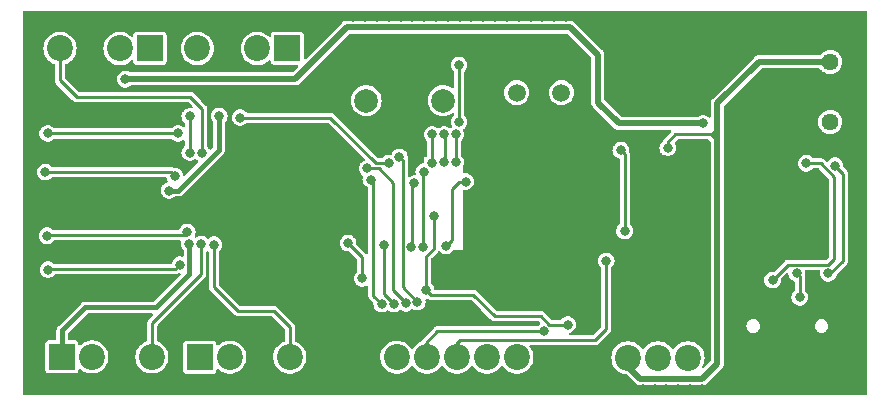
<source format=gbr>
%TF.GenerationSoftware,KiCad,Pcbnew,7.0.10-7.0.10~ubuntu22.04.1*%
%TF.CreationDate,2024-03-09T00:22:00+09:00*%
%TF.ProjectId,iolink,696f6c69-6e6b-42e6-9b69-6361645f7063,rev?*%
%TF.SameCoordinates,Original*%
%TF.FileFunction,Copper,L2,Bot*%
%TF.FilePolarity,Positive*%
%FSLAX46Y46*%
G04 Gerber Fmt 4.6, Leading zero omitted, Abs format (unit mm)*
G04 Created by KiCad (PCBNEW 7.0.10-7.0.10~ubuntu22.04.1) date 2024-03-09 00:22:00*
%MOMM*%
%LPD*%
G01*
G04 APERTURE LIST*
%TA.AperFunction,ComponentPad*%
%ADD10C,1.440000*%
%TD*%
%TA.AperFunction,ComponentPad*%
%ADD11O,1.000000X2.100000*%
%TD*%
%TA.AperFunction,ComponentPad*%
%ADD12O,1.000000X1.800000*%
%TD*%
%TA.AperFunction,ComponentPad*%
%ADD13C,1.500000*%
%TD*%
%TA.AperFunction,ComponentPad*%
%ADD14R,2.200000X2.200000*%
%TD*%
%TA.AperFunction,ComponentPad*%
%ADD15C,2.200000*%
%TD*%
%TA.AperFunction,ComponentPad*%
%ADD16C,2.000000*%
%TD*%
%TA.AperFunction,ViaPad*%
%ADD17C,0.800000*%
%TD*%
%TA.AperFunction,ViaPad*%
%ADD18C,2.000000*%
%TD*%
%TA.AperFunction,Conductor*%
%ADD19C,0.250000*%
%TD*%
%TA.AperFunction,Conductor*%
%ADD20C,0.500000*%
%TD*%
%TA.AperFunction,Conductor*%
%ADD21C,0.400000*%
%TD*%
G04 APERTURE END LIST*
D10*
%TO.P,IC3,1,+VIN*%
%TO.N,VBUS*%
X119870000Y-79890000D03*
%TO.P,IC3,2,GND*%
%TO.N,GND*%
X119870000Y-77350000D03*
%TO.P,IC3,3,+VOUT*%
%TO.N,+5V*%
X119870000Y-74810000D03*
%TD*%
D11*
%TO.P,J2,S1,SHIELD*%
%TO.N,GND*%
X111920000Y-96665000D03*
D12*
X111920000Y-100845000D03*
D11*
X120560000Y-96665000D03*
D12*
X120560000Y-100845000D03*
%TD*%
D13*
%TO.P,Y1,1,1*%
%TO.N,/OSC_OUT*%
X93320000Y-77420000D03*
%TO.P,Y1,2,2*%
%TO.N,/OSC_IN*%
X97120000Y-77420000D03*
%TD*%
D14*
%TO.P,J4,1,Pin_1*%
%TO.N,Net-(IC1-L+2)*%
X54820000Y-99790000D03*
D15*
%TO.P,J4,2,Pin_2*%
%TO.N,unconnected-(J4-Pin_2-Pad2)*%
X57360000Y-99790000D03*
%TO.P,J4,3,Pin_3*%
%TO.N,GND*%
X59900000Y-99790000D03*
%TO.P,J4,4,Pin_4*%
%TO.N,Net-(IC1-CQ2)*%
X62440000Y-99790000D03*
%TD*%
D14*
%TO.P,J5,1,Pin_1*%
%TO.N,Net-(IC1-L+1)*%
X66500000Y-99800000D03*
D15*
%TO.P,J5,2,Pin_2*%
%TO.N,unconnected-(J5-Pin_2-Pad2)*%
X69040000Y-99800000D03*
%TO.P,J5,3,Pin_3*%
%TO.N,GND*%
X71580000Y-99800000D03*
%TO.P,J5,4,Pin_4*%
%TO.N,Net-(IC1-CQ1)*%
X74120000Y-99800000D03*
%TD*%
D14*
%TO.P,J7,1,Pin_1*%
%TO.N,Net-(IC1-L+4)*%
X62280000Y-73670000D03*
D15*
%TO.P,J7,2,Pin_2*%
%TO.N,unconnected-(J7-Pin_2-Pad2)*%
X59740000Y-73670000D03*
%TO.P,J7,3,Pin_3*%
%TO.N,GND*%
X57200000Y-73670000D03*
%TO.P,J7,4,Pin_4*%
%TO.N,Net-(IC1-CQ4)*%
X54660000Y-73670000D03*
%TD*%
D14*
%TO.P,J6,1,Pin_1*%
%TO.N,Net-(IC1-L+3)*%
X73910000Y-73670000D03*
D15*
%TO.P,J6,2,Pin_2*%
%TO.N,unconnected-(J6-Pin_2-Pad2)*%
X71370000Y-73670000D03*
%TO.P,J6,3,Pin_3*%
%TO.N,GND*%
X68830000Y-73670000D03*
%TO.P,J6,4,Pin_4*%
%TO.N,Net-(IC1-CQ3)*%
X66290000Y-73670000D03*
%TD*%
D14*
%TO.P,J8,1,Pin_1*%
%TO.N,GND*%
X80640000Y-99820000D03*
D15*
%TO.P,J8,2,Pin_2*%
%TO.N,+5V*%
X83180000Y-99820000D03*
%TO.P,J8,3,Pin_3*%
%TO.N,/SWDIO*%
X85720000Y-99820000D03*
%TO.P,J8,4,Pin_4*%
%TO.N,/SWCLK*%
X88260000Y-99820000D03*
%TO.P,J8,5,Pin_5*%
%TO.N,/USART1_TX*%
X90800000Y-99820000D03*
%TO.P,J8,6,Pin_6*%
%TO.N,/USART1_RX*%
X93340000Y-99820000D03*
%TD*%
D14*
%TO.P,J1,1,Pin_1*%
%TO.N,GND*%
X100210000Y-99850000D03*
D15*
%TO.P,J1,2,Pin_2*%
%TO.N,+5V*%
X102750000Y-99850000D03*
%TO.P,J1,3,Pin_3*%
%TO.N,/CAN_L*%
X105290000Y-99850000D03*
%TO.P,J1,4,Pin_4*%
%TO.N,/CAN_H*%
X107830000Y-99850000D03*
%TD*%
D16*
%TO.P,SW1,1,1*%
%TO.N,GND*%
X80590000Y-73590000D03*
X87090000Y-73590000D03*
%TO.P,SW1,2,2*%
%TO.N,/NRST*%
X80590000Y-78090000D03*
X87090000Y-78090000D03*
%TD*%
D17*
%TO.N,GND*%
X66500000Y-71000000D03*
X107000000Y-87400000D03*
X78000000Y-102500000D03*
X73600000Y-83100000D03*
X85000000Y-102500000D03*
X57000000Y-102500000D03*
X122500000Y-84500000D03*
X96500000Y-71000000D03*
X114000000Y-102500000D03*
X121500000Y-71000000D03*
X92500000Y-87900000D03*
X94000000Y-102500000D03*
X116000000Y-102500000D03*
X65500000Y-71000000D03*
X116500000Y-71000000D03*
X55000000Y-102500000D03*
X73600000Y-78600000D03*
X97000000Y-80000000D03*
X62800000Y-94400000D03*
X107000000Y-102500000D03*
X89000000Y-102500000D03*
X102500000Y-71000000D03*
X52000000Y-86000000D03*
X117000000Y-102500000D03*
X79500000Y-71000000D03*
X122500000Y-72500000D03*
X122500000Y-79500000D03*
X73500000Y-90300000D03*
X122500000Y-76500000D03*
X122500000Y-77500000D03*
X100000000Y-102500000D03*
X122500000Y-81500000D03*
X84000000Y-102500000D03*
X52000000Y-89000000D03*
X81000000Y-102500000D03*
X88500000Y-71000000D03*
X52000000Y-80000000D03*
X122500000Y-97500000D03*
D18*
X116500000Y-87500000D03*
D17*
X97000000Y-81500000D03*
X52000000Y-88000000D03*
D18*
X73500000Y-86300000D03*
D17*
X61000000Y-102500000D03*
X90000000Y-102500000D03*
X119500000Y-71000000D03*
X112000000Y-102500000D03*
X52000000Y-82000000D03*
X52000000Y-93000000D03*
X107500000Y-71000000D03*
X97000000Y-90000000D03*
X64000000Y-102500000D03*
X107562847Y-82075000D03*
X52000000Y-84000000D03*
X91630000Y-74410000D03*
X98500000Y-71000000D03*
X122500000Y-94500000D03*
X81500000Y-71000000D03*
X52000000Y-81000000D03*
X76000000Y-93500000D03*
X52000000Y-77000000D03*
X101500000Y-71000000D03*
X94700000Y-86000000D03*
X82500000Y-71000000D03*
X67500000Y-71000000D03*
X74500000Y-71000000D03*
X108500000Y-71000000D03*
X112500000Y-71000000D03*
X122000000Y-102500000D03*
X122500000Y-91500000D03*
X91500000Y-71000000D03*
X52000000Y-91000000D03*
X77400000Y-97800000D03*
X113000000Y-102500000D03*
X52000000Y-79000000D03*
X52000000Y-98000000D03*
X122500000Y-100500000D03*
X109000000Y-102500000D03*
X93500000Y-80000000D03*
X88000000Y-102500000D03*
X73000000Y-102500000D03*
X80000000Y-102500000D03*
X122500000Y-90500000D03*
X69000000Y-102500000D03*
X52500000Y-71000000D03*
X77500000Y-71000000D03*
X103500000Y-71000000D03*
X60000000Y-102500000D03*
X110500000Y-71000000D03*
X69500000Y-71000000D03*
X119000000Y-102500000D03*
X83000000Y-102500000D03*
X56500000Y-71000000D03*
X59500000Y-71000000D03*
X122500000Y-101500000D03*
X122500000Y-93500000D03*
X72500000Y-71000000D03*
X98370000Y-78530000D03*
X122500000Y-88500000D03*
X52000000Y-95000000D03*
X122500000Y-71500000D03*
X117000000Y-81500000D03*
X99500000Y-71000000D03*
X122500000Y-96500000D03*
X90579847Y-79235153D03*
X122500000Y-83500000D03*
X122500000Y-87500000D03*
X52000000Y-75000000D03*
X73500000Y-71000000D03*
X104500000Y-71000000D03*
X84500000Y-71000000D03*
X97000000Y-88000000D03*
X94700000Y-76360000D03*
X59000000Y-102500000D03*
X61500000Y-71000000D03*
X80500000Y-71000000D03*
X110000000Y-102500000D03*
X120000000Y-102500000D03*
X66000000Y-102500000D03*
X58000000Y-102500000D03*
X70500000Y-71000000D03*
X92500000Y-71000000D03*
X115000000Y-81500000D03*
X52000000Y-101000000D03*
X97000000Y-86000000D03*
X76500000Y-71000000D03*
X122500000Y-78500000D03*
X60500000Y-71000000D03*
X119500000Y-81500000D03*
X86500000Y-71000000D03*
X60600000Y-94400000D03*
X52000000Y-96000000D03*
X83500000Y-71000000D03*
X52000000Y-94000000D03*
X70000000Y-102500000D03*
X108000000Y-102500000D03*
X64500000Y-71000000D03*
X77000000Y-102500000D03*
X90500000Y-71000000D03*
X52000000Y-92000000D03*
X52000000Y-90000000D03*
X52000000Y-99000000D03*
X97500000Y-71000000D03*
X93500000Y-71000000D03*
X85500000Y-71000000D03*
X52000000Y-73000000D03*
X53000000Y-102500000D03*
X82000000Y-102500000D03*
X62500000Y-71000000D03*
X74000000Y-102500000D03*
X103000000Y-102500000D03*
X58500000Y-71000000D03*
X90230000Y-92900000D03*
X111000000Y-102500000D03*
X63500000Y-71000000D03*
X71500000Y-71000000D03*
X57500000Y-71000000D03*
X78650000Y-86150000D03*
X73500000Y-93400000D03*
X122500000Y-75500000D03*
X113500000Y-71000000D03*
X122500000Y-85500000D03*
X103190000Y-97450000D03*
X102000000Y-102500000D03*
X96080000Y-76280000D03*
X94700000Y-90000000D03*
X86000000Y-102500000D03*
X53500000Y-71000000D03*
X122500000Y-98500000D03*
X94500000Y-71000000D03*
X68000000Y-102500000D03*
X89500000Y-71000000D03*
X63000000Y-102500000D03*
X109000000Y-87400000D03*
X118500000Y-71000000D03*
X87500000Y-71000000D03*
X52000000Y-76000000D03*
X52000000Y-87000000D03*
X79000000Y-102500000D03*
X122500000Y-82500000D03*
X55500000Y-71000000D03*
X122500000Y-73500000D03*
X98000000Y-102500000D03*
X106500000Y-71000000D03*
X68500000Y-71000000D03*
X62000000Y-102500000D03*
X52000000Y-83000000D03*
X104000000Y-102500000D03*
X105000000Y-87400000D03*
X52000000Y-78000000D03*
X92270000Y-78500000D03*
X106000000Y-102500000D03*
X92000000Y-102500000D03*
X122500000Y-95500000D03*
X111500000Y-71000000D03*
X103450000Y-94390000D03*
X75500000Y-71000000D03*
X92000000Y-76520000D03*
X56000000Y-102500000D03*
X109500000Y-71000000D03*
X98800000Y-74450000D03*
X76000000Y-102500000D03*
X52000000Y-100000000D03*
X52000000Y-74000000D03*
X92500000Y-90000000D03*
X71000000Y-102500000D03*
X98480000Y-76490000D03*
X97000000Y-102500000D03*
X72000000Y-102500000D03*
X99000000Y-102500000D03*
X117500000Y-71000000D03*
X105000000Y-102500000D03*
X122500000Y-74500000D03*
X67000000Y-102500000D03*
X122500000Y-89500000D03*
X78500000Y-71000000D03*
X122500000Y-86500000D03*
X70700000Y-93300000D03*
X94700000Y-87900000D03*
X114500000Y-71000000D03*
X101000000Y-102500000D03*
X122500000Y-99500000D03*
X85900000Y-75800000D03*
X73600000Y-80700000D03*
X92500000Y-86000000D03*
X115500000Y-71000000D03*
X93000000Y-102500000D03*
X75000000Y-102500000D03*
X52000000Y-102000000D03*
X120500000Y-71000000D03*
X122500000Y-80500000D03*
X92500000Y-90000000D03*
X87000000Y-102500000D03*
X54500000Y-71000000D03*
D18*
X116500000Y-87500000D03*
D17*
X52000000Y-85000000D03*
X52000000Y-72000000D03*
X105500000Y-71000000D03*
X106710000Y-97470000D03*
X118000000Y-102500000D03*
X95500000Y-71000000D03*
X115000000Y-102500000D03*
X95000000Y-102500000D03*
X122500000Y-92500000D03*
X91000000Y-102500000D03*
X81800000Y-75800000D03*
X121000000Y-102500000D03*
X52000000Y-97000000D03*
X54000000Y-102500000D03*
X100500000Y-71000000D03*
X65000000Y-102500000D03*
X96000000Y-102500000D03*
%TO.N,+3V3*%
X86290000Y-87850000D03*
X88450000Y-79900000D03*
X102460000Y-89110000D03*
X88450000Y-75080000D03*
X102140000Y-82290000D03*
X85670000Y-94140000D03*
X97640000Y-97050000D03*
%TO.N,+5V*%
X106120000Y-82075000D03*
%TO.N,VBUS*%
X109110000Y-80020000D03*
X60200000Y-76280000D03*
%TO.N,/USART6_EN*%
X69920000Y-79520000D03*
X82529522Y-83364493D03*
%TO.N,Net-(IC1-SENSE-4)*%
X64642141Y-80870944D03*
X53610000Y-80870000D03*
%TO.N,Net-(IC1-CQ4)*%
X66700000Y-82540000D03*
%TO.N,Net-(IC1-CQ3)*%
X65650000Y-79420000D03*
X65650000Y-82490000D03*
%TO.N,Net-(IC1-SENSE-3)*%
X53420000Y-84140000D03*
X64370000Y-84460000D03*
%TO.N,Net-(IC1-L+3)*%
X63880000Y-85700000D03*
X68140000Y-79390000D03*
%TO.N,Net-(IC1-SENSE-2)*%
X53580000Y-89530000D03*
X65431917Y-89215887D03*
%TO.N,Net-(IC1-L+2)*%
X65623940Y-90197280D03*
%TO.N,Net-(IC1-CQ2)*%
X66622516Y-90232516D03*
%TO.N,Net-(IC1-CQ1)*%
X67687951Y-90287951D03*
%TO.N,Net-(IC1-SENSE-1)*%
X64823940Y-91965000D03*
X53660000Y-92400000D03*
%TO.N,/USART2_RX*%
X87355000Y-90387500D03*
X89000000Y-84937500D03*
%TO.N,/USART2_TX*%
X85409070Y-90474228D03*
X85458300Y-84110000D03*
%TO.N,/USART2_EN*%
X84409884Y-90485267D03*
X84675000Y-85100000D03*
%TO.N,/IRQ*%
X80240000Y-93145000D03*
X79059049Y-90160951D03*
%TO.N,/SPI2_MISO*%
X82930151Y-95314845D03*
X82070000Y-90345000D03*
%TO.N,/SPI2_MOSI*%
X80975992Y-84775375D03*
X81895000Y-95305000D03*
%TO.N,/SPI2_SCK*%
X80650000Y-83830000D03*
X83926768Y-95244235D03*
%TO.N,/SPI2_NSS*%
X84920000Y-95135000D03*
X83390000Y-82855000D03*
%TO.N,/USART4_EN*%
X86172442Y-80955803D03*
X86183300Y-83387188D03*
%TO.N,/USART6_RX*%
X87179708Y-83315000D03*
X87197331Y-80955385D03*
%TO.N,/USART6_TX*%
X88179711Y-83315000D03*
X88197333Y-80954995D03*
%TO.N,/DP*%
X117285153Y-94737232D03*
X117030000Y-92725000D03*
%TO.N,/CC2*%
X119720000Y-92725000D03*
X120287653Y-83602347D03*
%TO.N,/CC1*%
X117856994Y-83390392D03*
X114990000Y-93290000D03*
%TO.N,/SWDIO*%
X95639684Y-97625000D03*
%TO.N,/SWCLK*%
X100910000Y-91650000D03*
%TD*%
D19*
%TO.N,+3V3*%
X102470000Y-82620000D02*
X102470000Y-89100000D01*
X89670000Y-94530000D02*
X91450000Y-96310000D01*
X85670000Y-94140000D02*
X86060000Y-94530000D01*
X91450000Y-96310000D02*
X95349989Y-96310000D01*
X85670000Y-94140000D02*
X85670000Y-91238603D01*
X88450000Y-75080000D02*
X88450000Y-79900000D01*
X102140000Y-82290000D02*
X102470000Y-82620000D01*
X86290000Y-90618603D02*
X86290000Y-87850000D01*
X96089989Y-97050000D02*
X97640000Y-97050000D01*
X86060000Y-94530000D02*
X89670000Y-94530000D01*
X95349989Y-96310000D02*
X96089989Y-97050000D01*
X85670000Y-91238603D02*
X86290000Y-90618603D01*
X102470000Y-89100000D02*
X102460000Y-89110000D01*
D20*
%TO.N,+5V*%
X110300000Y-78320000D02*
X110300000Y-80520000D01*
X109020000Y-101650000D02*
X103790000Y-101650000D01*
D19*
X109640000Y-80950000D02*
X109870000Y-80950000D01*
X109870000Y-80950000D02*
X110300000Y-80520000D01*
D20*
X110300000Y-81500000D02*
X110300000Y-81900000D01*
X103790000Y-101650000D02*
X102780000Y-100640000D01*
D19*
X109640000Y-80950000D02*
X110150000Y-80950000D01*
D20*
X119870000Y-74810000D02*
X113810000Y-74810000D01*
X113810000Y-74810000D02*
X110300000Y-78320000D01*
X110300000Y-100370000D02*
X109020000Y-101650000D01*
D19*
X109750000Y-80950000D02*
X110300000Y-81500000D01*
X106770000Y-80950000D02*
X109640000Y-80950000D01*
D20*
X110300000Y-81100000D02*
X110300000Y-81500000D01*
D19*
X109640000Y-80950000D02*
X109750000Y-80950000D01*
D20*
X110300000Y-81900000D02*
X110300000Y-100370000D01*
D19*
X106120000Y-82075000D02*
X106120000Y-81600000D01*
X106120000Y-81600000D02*
X106770000Y-80950000D01*
X109750000Y-80950000D02*
X109870000Y-80950000D01*
D20*
X102780000Y-100640000D02*
X102780000Y-100090000D01*
X110300000Y-80520000D02*
X110300000Y-81100000D01*
D19*
X110150000Y-80950000D02*
X110300000Y-81100000D01*
D20*
%TO.N,VBUS*%
X100190000Y-74190000D02*
X100190000Y-78250000D01*
X60200000Y-76280000D02*
X60230000Y-76250000D01*
X78950000Y-71860000D02*
X97860000Y-71860000D01*
X101960000Y-80020000D02*
X109110000Y-80020000D01*
X74560000Y-76250000D02*
X78950000Y-71860000D01*
X97860000Y-71860000D02*
X100190000Y-74190000D01*
X60230000Y-76250000D02*
X74560000Y-76250000D01*
X100190000Y-78250000D02*
X101960000Y-80020000D01*
D19*
%TO.N,/USART6_EN*%
X81389799Y-83364493D02*
X77545306Y-79520000D01*
X82529522Y-83364493D02*
X81389799Y-83364493D01*
X77545306Y-79520000D02*
X69920000Y-79520000D01*
%TO.N,Net-(IC1-SENSE-4)*%
X64642141Y-80870944D02*
X53610944Y-80870944D01*
X53610944Y-80870944D02*
X53610000Y-80870000D01*
%TO.N,Net-(IC1-CQ4)*%
X56060000Y-77780000D02*
X54650000Y-76370000D01*
X66700000Y-78790000D02*
X65690000Y-77780000D01*
X54650000Y-73680000D02*
X54660000Y-73670000D01*
X65690000Y-77780000D02*
X56060000Y-77780000D01*
X54650000Y-76370000D02*
X54650000Y-73680000D01*
X66700000Y-82540000D02*
X66700000Y-78790000D01*
%TO.N,Net-(IC1-CQ3)*%
X65650000Y-82490000D02*
X65650000Y-79420000D01*
%TO.N,Net-(IC1-SENSE-3)*%
X64050000Y-84140000D02*
X53420000Y-84140000D01*
X64370000Y-84460000D02*
X64050000Y-84140000D01*
D21*
%TO.N,Net-(IC1-L+3)*%
X68140000Y-82231371D02*
X64671371Y-85700000D01*
X64671371Y-85700000D02*
X63880000Y-85700000D01*
X68140000Y-79390000D02*
X68140000Y-82231371D01*
D19*
%TO.N,Net-(IC1-SENSE-2)*%
X65147804Y-89500000D02*
X65431917Y-89215887D01*
X53610000Y-89500000D02*
X65147804Y-89500000D01*
X53580000Y-89530000D02*
X53610000Y-89500000D01*
D21*
%TO.N,Net-(IC1-L+2)*%
X62810000Y-95600000D02*
X56810000Y-95600000D01*
X56810000Y-95600000D02*
X54860000Y-97550000D01*
X65623940Y-92786060D02*
X62810000Y-95600000D01*
X65623940Y-90197280D02*
X65623940Y-92786060D01*
D19*
X65623940Y-90197280D02*
X65485556Y-90197280D01*
D21*
X54860000Y-97550000D02*
X54860000Y-99400000D01*
D19*
%TO.N,Net-(IC1-CQ2)*%
X66622516Y-90232516D02*
X66630000Y-90240000D01*
X66630000Y-90240000D02*
X66630000Y-92790000D01*
X62480000Y-96940000D02*
X62480000Y-99400000D01*
X66630000Y-92790000D02*
X62480000Y-96940000D01*
%TO.N,Net-(IC1-CQ1)*%
X69690000Y-95880000D02*
X72766000Y-95880000D01*
X67680000Y-93870000D02*
X69690000Y-95880000D01*
X67687951Y-90287951D02*
X67680000Y-90295902D01*
X67680000Y-90295902D02*
X67680000Y-93870000D01*
X72766000Y-95880000D02*
X74120000Y-97234000D01*
X74120000Y-97234000D02*
X74120000Y-99400000D01*
%TO.N,Net-(IC1-SENSE-1)*%
X53710000Y-92350000D02*
X53660000Y-92400000D01*
X64438940Y-92350000D02*
X53710000Y-92350000D01*
X64823940Y-91965000D02*
X64438940Y-92350000D01*
%TO.N,/USART2_RX*%
X87820000Y-85540000D02*
X88422500Y-84937500D01*
X87355000Y-90387500D02*
X87355000Y-90375000D01*
X87355000Y-90375000D02*
X87820000Y-89910000D01*
X88422500Y-84937500D02*
X89000000Y-84937500D01*
X87820000Y-89910000D02*
X87820000Y-85540000D01*
%TO.N,/USART2_TX*%
X85400000Y-84168300D02*
X85400000Y-90465158D01*
X85400000Y-90465158D02*
X85409070Y-90474228D01*
X85458300Y-84110000D02*
X85400000Y-84168300D01*
%TO.N,/USART2_EN*%
X84675000Y-85100000D02*
X84500000Y-85275000D01*
X84500000Y-85275000D02*
X84500000Y-90395151D01*
X84500000Y-90395151D02*
X84409884Y-90485267D01*
%TO.N,/IRQ*%
X80240000Y-91341902D02*
X80240000Y-93145000D01*
X79059049Y-90160951D02*
X80240000Y-91341902D01*
%TO.N,/SPI2_MISO*%
X82930151Y-95314845D02*
X82070000Y-94454694D01*
X82070000Y-94454694D02*
X82070000Y-90345000D01*
%TO.N,/SPI2_MOSI*%
X81895000Y-95305000D02*
X81180000Y-94590000D01*
X81180000Y-84979383D02*
X80975992Y-84775375D01*
X81180000Y-94590000D02*
X81180000Y-84979383D01*
%TO.N,/SPI2_SCK*%
X83926768Y-95230282D02*
X82850000Y-94153514D01*
X83926768Y-95244235D02*
X83926768Y-95230282D01*
X82850000Y-85050000D02*
X81630000Y-83830000D01*
X82850000Y-94153514D02*
X82850000Y-85050000D01*
X81630000Y-83830000D02*
X80650000Y-83830000D01*
%TO.N,/SPI2_NSS*%
X83684884Y-93899884D02*
X83684884Y-83149884D01*
X83684884Y-83149884D02*
X83390000Y-82855000D01*
X84920000Y-95135000D02*
X83684884Y-93899884D01*
%TO.N,/USART4_EN*%
X86183300Y-80966661D02*
X86183300Y-83387188D01*
X86172442Y-80955803D02*
X86183300Y-80966661D01*
%TO.N,/USART6_RX*%
X87276810Y-83217898D02*
X87179708Y-83315000D01*
X87197331Y-80955385D02*
X87276810Y-81034864D01*
X87276810Y-81034864D02*
X87276810Y-83217898D01*
%TO.N,/USART6_TX*%
X88179711Y-80972617D02*
X88179711Y-83315000D01*
X88197333Y-80954995D02*
X88179711Y-80972617D01*
%TO.N,/DP*%
X117030000Y-92725000D02*
X117285153Y-92980153D01*
X117285153Y-92980153D02*
X117285153Y-94737232D01*
%TO.N,/CC2*%
X120950000Y-84264694D02*
X120287653Y-83602347D01*
X119855000Y-92725000D02*
X120950000Y-91630000D01*
X120950000Y-91630000D02*
X120950000Y-84264694D01*
X119720000Y-92725000D02*
X119855000Y-92725000D01*
%TO.N,/CC1*%
X119720000Y-92000000D02*
X116280000Y-92000000D01*
X120225000Y-91495000D02*
X119720000Y-92000000D01*
X117856994Y-83390392D02*
X119050392Y-83390392D01*
X120225000Y-84565000D02*
X120225000Y-91495000D01*
X119050392Y-83390392D02*
X120225000Y-84565000D01*
X116280000Y-92000000D02*
X114990000Y-93290000D01*
%TO.N,/SWDIO*%
X85670000Y-98580000D02*
X85670000Y-100000000D01*
X86620000Y-97630000D02*
X85670000Y-98580000D01*
X95639684Y-97625000D02*
X95634684Y-97630000D01*
X95634684Y-97630000D02*
X86620000Y-97630000D01*
%TO.N,/SWCLK*%
X88210000Y-100000000D02*
X88210000Y-98700000D01*
X88560000Y-98350000D02*
X100000000Y-98350000D01*
X100000000Y-98350000D02*
X100910000Y-97440000D01*
X88210000Y-98700000D02*
X88560000Y-98350000D01*
X100910000Y-97440000D02*
X100910000Y-91650000D01*
%TD*%
%TA.AperFunction,Conductor*%
%TO.N,GND*%
G36*
X122958691Y-70519407D02*
G01*
X122994655Y-70568907D01*
X122999500Y-70599500D01*
X122999500Y-102900500D01*
X122980593Y-102958691D01*
X122931093Y-102994655D01*
X122900500Y-102999500D01*
X51599500Y-102999500D01*
X51541309Y-102980593D01*
X51505345Y-102931093D01*
X51500500Y-102900500D01*
X51500500Y-89530000D01*
X52874355Y-89530000D01*
X52894860Y-89698872D01*
X52955182Y-89857930D01*
X53051817Y-89997929D01*
X53179148Y-90110734D01*
X53329775Y-90189790D01*
X53494944Y-90230500D01*
X53494947Y-90230500D01*
X53665053Y-90230500D01*
X53665056Y-90230500D01*
X53830225Y-90189790D01*
X53980852Y-90110734D01*
X54108183Y-89997929D01*
X54128660Y-89968263D01*
X54177275Y-89931113D01*
X54210136Y-89925500D01*
X64839548Y-89925500D01*
X64897739Y-89944407D01*
X64933703Y-89993907D01*
X64937825Y-90036431D01*
X64918295Y-90197280D01*
X64938800Y-90366152D01*
X64999122Y-90525210D01*
X65095757Y-90665209D01*
X65095760Y-90665212D01*
X65098543Y-90668353D01*
X65122978Y-90724447D01*
X65123440Y-90734002D01*
X65123440Y-91190991D01*
X65104533Y-91249182D01*
X65055033Y-91285146D01*
X65000749Y-91287114D01*
X64909001Y-91264500D01*
X64908996Y-91264500D01*
X64738884Y-91264500D01*
X64738881Y-91264500D01*
X64573716Y-91305209D01*
X64423086Y-91384267D01*
X64295758Y-91497069D01*
X64295756Y-91497072D01*
X64213561Y-91616151D01*
X64199122Y-91637070D01*
X64138800Y-91796128D01*
X64135991Y-91819267D01*
X64133785Y-91837433D01*
X64108002Y-91892920D01*
X64054528Y-91922656D01*
X64035507Y-91924500D01*
X54217183Y-91924500D01*
X54158992Y-91905593D01*
X54151534Y-91899603D01*
X54060853Y-91819267D01*
X54060852Y-91819266D01*
X53910225Y-91740210D01*
X53910224Y-91740209D01*
X53910223Y-91740209D01*
X53745058Y-91699500D01*
X53745056Y-91699500D01*
X53574944Y-91699500D01*
X53574941Y-91699500D01*
X53409776Y-91740209D01*
X53259146Y-91819267D01*
X53131818Y-91932069D01*
X53131816Y-91932072D01*
X53035182Y-92072070D01*
X52974860Y-92231129D01*
X52954355Y-92399998D01*
X52954355Y-92400001D01*
X52961190Y-92456290D01*
X52974860Y-92568872D01*
X53035182Y-92727930D01*
X53131817Y-92867929D01*
X53259148Y-92980734D01*
X53409775Y-93059790D01*
X53574944Y-93100500D01*
X53574947Y-93100500D01*
X53745053Y-93100500D01*
X53745056Y-93100500D01*
X53910225Y-93059790D01*
X54060852Y-92980734D01*
X54188183Y-92867929D01*
X54222468Y-92818259D01*
X54271084Y-92781112D01*
X54303942Y-92775500D01*
X64506334Y-92775500D01*
X64515815Y-92772418D01*
X64531162Y-92767431D01*
X64546268Y-92763803D01*
X64572066Y-92759719D01*
X64595345Y-92747856D01*
X64609678Y-92741920D01*
X64634521Y-92733849D01*
X64655649Y-92718497D01*
X64668886Y-92710385D01*
X64692160Y-92698528D01*
X64696192Y-92694495D01*
X64750708Y-92666719D01*
X64766195Y-92665500D01*
X64797677Y-92665500D01*
X64855868Y-92684407D01*
X64891832Y-92733907D01*
X64891832Y-92795093D01*
X64867681Y-92834504D01*
X62631682Y-95070504D01*
X62577165Y-95098281D01*
X62561678Y-95099500D01*
X56874453Y-95099500D01*
X56853410Y-95097238D01*
X56846073Y-95095642D01*
X56846072Y-95095642D01*
X56795653Y-95099248D01*
X56788591Y-95099500D01*
X56774198Y-95099500D01*
X56759949Y-95101548D01*
X56752928Y-95102303D01*
X56702515Y-95105908D01*
X56695476Y-95108534D01*
X56674986Y-95113764D01*
X56667543Y-95114834D01*
X56667542Y-95114834D01*
X56621549Y-95135838D01*
X56615026Y-95138540D01*
X56567671Y-95156204D01*
X56567664Y-95156208D01*
X56561649Y-95160710D01*
X56543463Y-95171500D01*
X56536628Y-95174622D01*
X56536626Y-95174623D01*
X56498418Y-95207729D01*
X56492920Y-95212160D01*
X56481405Y-95220779D01*
X56471235Y-95230950D01*
X56466066Y-95235762D01*
X56427860Y-95268868D01*
X56427856Y-95268872D01*
X56423793Y-95275194D01*
X56410519Y-95291665D01*
X54551665Y-97150519D01*
X54535194Y-97163793D01*
X54528872Y-97167856D01*
X54528868Y-97167860D01*
X54495762Y-97206066D01*
X54490950Y-97211235D01*
X54480779Y-97221406D01*
X54472147Y-97232936D01*
X54467719Y-97238430D01*
X54434622Y-97276626D01*
X54431500Y-97283463D01*
X54420712Y-97301646D01*
X54416203Y-97307669D01*
X54416203Y-97307671D01*
X54398535Y-97355039D01*
X54395831Y-97361566D01*
X54374836Y-97407540D01*
X54374834Y-97407547D01*
X54373764Y-97414985D01*
X54368536Y-97435471D01*
X54365908Y-97442517D01*
X54362302Y-97492938D01*
X54361547Y-97499960D01*
X54359500Y-97514200D01*
X54359500Y-97528580D01*
X54359248Y-97535643D01*
X54355641Y-97586073D01*
X54357237Y-97593408D01*
X54359500Y-97614456D01*
X54359500Y-98290500D01*
X54340593Y-98348691D01*
X54291093Y-98384655D01*
X54260500Y-98389500D01*
X53675139Y-98389500D01*
X53675136Y-98389501D01*
X53650009Y-98392414D01*
X53547235Y-98437794D01*
X53467794Y-98517235D01*
X53422414Y-98620011D01*
X53419500Y-98645130D01*
X53419500Y-100934860D01*
X53419501Y-100934863D01*
X53422414Y-100959990D01*
X53438522Y-100996470D01*
X53467794Y-101062765D01*
X53547235Y-101142206D01*
X53650009Y-101187585D01*
X53675135Y-101190500D01*
X55964864Y-101190499D01*
X55989991Y-101187585D01*
X56092765Y-101142206D01*
X56172206Y-101062765D01*
X56217585Y-100959991D01*
X56220500Y-100934865D01*
X56220499Y-100873712D01*
X56239405Y-100815524D01*
X56288905Y-100779559D01*
X56350090Y-100779558D01*
X56392333Y-100806660D01*
X56408216Y-100823913D01*
X56591374Y-100966470D01*
X56702244Y-101026470D01*
X56787789Y-101072765D01*
X56795497Y-101076936D01*
X57015019Y-101152298D01*
X57243951Y-101190500D01*
X57476049Y-101190500D01*
X57704981Y-101152298D01*
X57924503Y-101076936D01*
X58128626Y-100966470D01*
X58311784Y-100823913D01*
X58468979Y-100653153D01*
X58595924Y-100458849D01*
X58689157Y-100246300D01*
X58746134Y-100021305D01*
X58765300Y-99790000D01*
X58746134Y-99558695D01*
X58689157Y-99333700D01*
X58595924Y-99121151D01*
X58468979Y-98926847D01*
X58311784Y-98756087D01*
X58205717Y-98673532D01*
X58128629Y-98613532D01*
X58128626Y-98613530D01*
X57924506Y-98503065D01*
X57812353Y-98464563D01*
X57704981Y-98427702D01*
X57704978Y-98427701D01*
X57704977Y-98427701D01*
X57476049Y-98389500D01*
X57243951Y-98389500D01*
X57015022Y-98427701D01*
X56795493Y-98503065D01*
X56591373Y-98613530D01*
X56591370Y-98613532D01*
X56408219Y-98756084D01*
X56408216Y-98756086D01*
X56408216Y-98756087D01*
X56392333Y-98773339D01*
X56339012Y-98803345D01*
X56278236Y-98796278D01*
X56233221Y-98754838D01*
X56220499Y-98706287D01*
X56220499Y-98645139D01*
X56220499Y-98645136D01*
X56217585Y-98620009D01*
X56172206Y-98517235D01*
X56092765Y-98437794D01*
X55989991Y-98392415D01*
X55989990Y-98392414D01*
X55989988Y-98392414D01*
X55964869Y-98389500D01*
X55964865Y-98389500D01*
X55459500Y-98389500D01*
X55401309Y-98370593D01*
X55365345Y-98321093D01*
X55360500Y-98290500D01*
X55360500Y-97798322D01*
X55379407Y-97740131D01*
X55389496Y-97728318D01*
X56988318Y-96129496D01*
X57042835Y-96101719D01*
X57058322Y-96100500D01*
X62478744Y-96100500D01*
X62536935Y-96119407D01*
X62572899Y-96168907D01*
X62572899Y-96230093D01*
X62548748Y-96269504D01*
X62226780Y-96591472D01*
X62226779Y-96591471D01*
X62131472Y-96686778D01*
X62131470Y-96686782D01*
X62119614Y-96710050D01*
X62111500Y-96723291D01*
X62096150Y-96744418D01*
X62088081Y-96769253D01*
X62082138Y-96783601D01*
X62070281Y-96806872D01*
X62066196Y-96832665D01*
X62062571Y-96847765D01*
X62054500Y-96872606D01*
X62054500Y-98370927D01*
X62035593Y-98429118D01*
X61987645Y-98464563D01*
X61875497Y-98503064D01*
X61875495Y-98503064D01*
X61875492Y-98503066D01*
X61671373Y-98613530D01*
X61671370Y-98613532D01*
X61488219Y-98756084D01*
X61488216Y-98756086D01*
X61488216Y-98756087D01*
X61470345Y-98775500D01*
X61331020Y-98926848D01*
X61311421Y-98956847D01*
X61208492Y-99114393D01*
X61204075Y-99121153D01*
X61199689Y-99131153D01*
X61110843Y-99333700D01*
X61103246Y-99363700D01*
X61053865Y-99558696D01*
X61034700Y-99790000D01*
X61053865Y-100021303D01*
X61069060Y-100081305D01*
X61110843Y-100246300D01*
X61204076Y-100458849D01*
X61331021Y-100653153D01*
X61488216Y-100823913D01*
X61671374Y-100966470D01*
X61782244Y-101026470D01*
X61867789Y-101072765D01*
X61875497Y-101076936D01*
X62095019Y-101152298D01*
X62323951Y-101190500D01*
X62556049Y-101190500D01*
X62784981Y-101152298D01*
X63004503Y-101076936D01*
X63208626Y-100966470D01*
X63236391Y-100944860D01*
X65099500Y-100944860D01*
X65099501Y-100944863D01*
X65102414Y-100969990D01*
X65127352Y-101026469D01*
X65147794Y-101072765D01*
X65227235Y-101152206D01*
X65330009Y-101197585D01*
X65355135Y-101200500D01*
X67644864Y-101200499D01*
X67669991Y-101197585D01*
X67772765Y-101152206D01*
X67852206Y-101072765D01*
X67897585Y-100969991D01*
X67900500Y-100944865D01*
X67900499Y-100883712D01*
X67919405Y-100825524D01*
X67968905Y-100789559D01*
X68030090Y-100789558D01*
X68072333Y-100816660D01*
X68088216Y-100833913D01*
X68271374Y-100976470D01*
X68378029Y-101034189D01*
X68457018Y-101076936D01*
X68475497Y-101086936D01*
X68695019Y-101162298D01*
X68923951Y-101200500D01*
X69156049Y-101200500D01*
X69384981Y-101162298D01*
X69604503Y-101086936D01*
X69808626Y-100976470D01*
X69991784Y-100833913D01*
X70148979Y-100663153D01*
X70275924Y-100468849D01*
X70369157Y-100256300D01*
X70426134Y-100031305D01*
X70445300Y-99800000D01*
X70426134Y-99568695D01*
X70369157Y-99343700D01*
X70275924Y-99131151D01*
X70148979Y-98936847D01*
X69991784Y-98766087D01*
X69872866Y-98673530D01*
X69808629Y-98623532D01*
X69808626Y-98623530D01*
X69604506Y-98513065D01*
X69463224Y-98464563D01*
X69384981Y-98437702D01*
X69384978Y-98437701D01*
X69384977Y-98437701D01*
X69156049Y-98399500D01*
X68923951Y-98399500D01*
X68695022Y-98437701D01*
X68475493Y-98513065D01*
X68271373Y-98623530D01*
X68271370Y-98623532D01*
X68088219Y-98766084D01*
X68088216Y-98766086D01*
X68088216Y-98766087D01*
X68072333Y-98783339D01*
X68019012Y-98813345D01*
X67958236Y-98806278D01*
X67913221Y-98764838D01*
X67900499Y-98716287D01*
X67900499Y-98655139D01*
X67900499Y-98655136D01*
X67897585Y-98630009D01*
X67852206Y-98527235D01*
X67772765Y-98447794D01*
X67669991Y-98402415D01*
X67669990Y-98402414D01*
X67669988Y-98402414D01*
X67644868Y-98399500D01*
X65355139Y-98399500D01*
X65355136Y-98399501D01*
X65330009Y-98402414D01*
X65227235Y-98447794D01*
X65147794Y-98527235D01*
X65102414Y-98630011D01*
X65099500Y-98655130D01*
X65099500Y-100944860D01*
X63236391Y-100944860D01*
X63391784Y-100823913D01*
X63548979Y-100653153D01*
X63675924Y-100458849D01*
X63769157Y-100246300D01*
X63826134Y-100021305D01*
X63845300Y-99790000D01*
X63826134Y-99558695D01*
X63769157Y-99333700D01*
X63675924Y-99121151D01*
X63548979Y-98926847D01*
X63391784Y-98756087D01*
X63285717Y-98673532D01*
X63208629Y-98613532D01*
X63208626Y-98613530D01*
X63004505Y-98503065D01*
X63004504Y-98503064D01*
X63004503Y-98503064D01*
X62991707Y-98498671D01*
X62972352Y-98492026D01*
X62923455Y-98455248D01*
X62905500Y-98398391D01*
X62905500Y-97157256D01*
X62924407Y-97099065D01*
X62934496Y-97087252D01*
X66978528Y-93043220D01*
X66990385Y-93019947D01*
X66998494Y-93006714D01*
X67013849Y-92985581D01*
X67021920Y-92960738D01*
X67027856Y-92946405D01*
X67039719Y-92923126D01*
X67043803Y-92897328D01*
X67047431Y-92882222D01*
X67055500Y-92857393D01*
X67055500Y-92722607D01*
X67055500Y-90883474D01*
X67074407Y-90825283D01*
X67123907Y-90789319D01*
X67185093Y-90789319D01*
X67220149Y-90809372D01*
X67221152Y-90810261D01*
X67252169Y-90863002D01*
X67254500Y-90884360D01*
X67254500Y-93802607D01*
X67254500Y-93937393D01*
X67262569Y-93962225D01*
X67266195Y-93977329D01*
X67270281Y-94003126D01*
X67270281Y-94003127D01*
X67282135Y-94026391D01*
X67288079Y-94040741D01*
X67296150Y-94065579D01*
X67311497Y-94086702D01*
X67319615Y-94099950D01*
X67331470Y-94123218D01*
X67331471Y-94123220D01*
X67355445Y-94147194D01*
X67355446Y-94147194D01*
X69341472Y-96133220D01*
X69341471Y-96133220D01*
X69436778Y-96228527D01*
X69436779Y-96228527D01*
X69436780Y-96228528D01*
X69460050Y-96240384D01*
X69473284Y-96248494D01*
X69494419Y-96263849D01*
X69519253Y-96271917D01*
X69533606Y-96277862D01*
X69556874Y-96289719D01*
X69582666Y-96293803D01*
X69597776Y-96297431D01*
X69622607Y-96305500D01*
X69656512Y-96305500D01*
X72548744Y-96305500D01*
X72606935Y-96324407D01*
X72618748Y-96334496D01*
X73665504Y-97381251D01*
X73693281Y-97435768D01*
X73694500Y-97451255D01*
X73694500Y-98394659D01*
X73675593Y-98452850D01*
X73627645Y-98488295D01*
X73555497Y-98513064D01*
X73555495Y-98513064D01*
X73555492Y-98513066D01*
X73351373Y-98623530D01*
X73351370Y-98623532D01*
X73168219Y-98766084D01*
X73168216Y-98766086D01*
X73168216Y-98766087D01*
X73096578Y-98843907D01*
X73011020Y-98936848D01*
X72980499Y-98983564D01*
X72884076Y-99131151D01*
X72795230Y-99333700D01*
X72790843Y-99343701D01*
X72733865Y-99568696D01*
X72714700Y-99800000D01*
X72733865Y-100031303D01*
X72746527Y-100081303D01*
X72790843Y-100256300D01*
X72884076Y-100468849D01*
X73011021Y-100663153D01*
X73168216Y-100833913D01*
X73351374Y-100976470D01*
X73458029Y-101034189D01*
X73537018Y-101076936D01*
X73555497Y-101086936D01*
X73775019Y-101162298D01*
X74003951Y-101200500D01*
X74236049Y-101200500D01*
X74464981Y-101162298D01*
X74684503Y-101086936D01*
X74888626Y-100976470D01*
X75071784Y-100833913D01*
X75228979Y-100663153D01*
X75355924Y-100468849D01*
X75449157Y-100256300D01*
X75506134Y-100031305D01*
X75525300Y-99800000D01*
X75506134Y-99568695D01*
X75449157Y-99343700D01*
X75355924Y-99131151D01*
X75228979Y-98936847D01*
X75071784Y-98766087D01*
X74952866Y-98673530D01*
X74888629Y-98623532D01*
X74888626Y-98623530D01*
X74684507Y-98513066D01*
X74684506Y-98513065D01*
X74684503Y-98513064D01*
X74612354Y-98488295D01*
X74563456Y-98451517D01*
X74545500Y-98394659D01*
X74545500Y-97166606D01*
X74537431Y-97141775D01*
X74533803Y-97126665D01*
X74529719Y-97100874D01*
X74517858Y-97077597D01*
X74511919Y-97063259D01*
X74503849Y-97038419D01*
X74488498Y-97017291D01*
X74480383Y-97004048D01*
X74468528Y-96980780D01*
X74373220Y-96885472D01*
X74373218Y-96885471D01*
X73043194Y-95555446D01*
X73043194Y-95555445D01*
X73019220Y-95531471D01*
X73019218Y-95531470D01*
X72995950Y-95519615D01*
X72982705Y-95511499D01*
X72961581Y-95496151D01*
X72961579Y-95496150D01*
X72936741Y-95488079D01*
X72922391Y-95482135D01*
X72899126Y-95470281D01*
X72873329Y-95466195D01*
X72858229Y-95462570D01*
X72833393Y-95454500D01*
X72833391Y-95454500D01*
X69907256Y-95454500D01*
X69849065Y-95435593D01*
X69837252Y-95425504D01*
X68134496Y-93722748D01*
X68106719Y-93668231D01*
X68105500Y-93652744D01*
X68105500Y-90898448D01*
X68124407Y-90840257D01*
X68138852Y-90824345D01*
X68142920Y-90820741D01*
X68216134Y-90755880D01*
X68312769Y-90615881D01*
X68373091Y-90456823D01*
X68393596Y-90287951D01*
X68393563Y-90287682D01*
X68386620Y-90230499D01*
X68373091Y-90119079D01*
X68312769Y-89960021D01*
X68216134Y-89820022D01*
X68088803Y-89707217D01*
X67938176Y-89628161D01*
X67938175Y-89628160D01*
X67938174Y-89628160D01*
X67773009Y-89587451D01*
X67773007Y-89587451D01*
X67602895Y-89587451D01*
X67602892Y-89587451D01*
X67437727Y-89628160D01*
X67287094Y-89707219D01*
X67252166Y-89738162D01*
X67196071Y-89762596D01*
X67136328Y-89749392D01*
X67120870Y-89738161D01*
X67085944Y-89707219D01*
X67023368Y-89651782D01*
X66872741Y-89572726D01*
X66872740Y-89572725D01*
X66872739Y-89572725D01*
X66707574Y-89532016D01*
X66707572Y-89532016D01*
X66537460Y-89532016D01*
X66537457Y-89532016D01*
X66372292Y-89572725D01*
X66221665Y-89651781D01*
X66221659Y-89651785D01*
X66211856Y-89660470D01*
X66155761Y-89684903D01*
X66096017Y-89671698D01*
X66055446Y-89625898D01*
X66049543Y-89564998D01*
X66055164Y-89549626D01*
X66054611Y-89549417D01*
X66061210Y-89532016D01*
X66117057Y-89384759D01*
X66137562Y-89215887D01*
X66117057Y-89047015D01*
X66056735Y-88887957D01*
X65960100Y-88747958D01*
X65832769Y-88635153D01*
X65682142Y-88556097D01*
X65682141Y-88556096D01*
X65682140Y-88556096D01*
X65516975Y-88515387D01*
X65516973Y-88515387D01*
X65346861Y-88515387D01*
X65346858Y-88515387D01*
X65181693Y-88556096D01*
X65031063Y-88635154D01*
X64903735Y-88747956D01*
X64903734Y-88747958D01*
X64807099Y-88887957D01*
X64760584Y-89010606D01*
X64722273Y-89058310D01*
X64668019Y-89074500D01*
X54159759Y-89074500D01*
X54101568Y-89055593D01*
X54094110Y-89049603D01*
X53980853Y-88949267D01*
X53980852Y-88949266D01*
X53830225Y-88870210D01*
X53830224Y-88870209D01*
X53830223Y-88870209D01*
X53665058Y-88829500D01*
X53665056Y-88829500D01*
X53494944Y-88829500D01*
X53494941Y-88829500D01*
X53329776Y-88870209D01*
X53179146Y-88949267D01*
X53051818Y-89062069D01*
X53051817Y-89062071D01*
X52955182Y-89202070D01*
X52894860Y-89361128D01*
X52874355Y-89530000D01*
X51500500Y-89530000D01*
X51500500Y-84140000D01*
X52714355Y-84140000D01*
X52734860Y-84308872D01*
X52795182Y-84467930D01*
X52891817Y-84607929D01*
X53019148Y-84720734D01*
X53169775Y-84799790D01*
X53334944Y-84840500D01*
X53334947Y-84840500D01*
X53505053Y-84840500D01*
X53505056Y-84840500D01*
X53670225Y-84799790D01*
X53820852Y-84720734D01*
X53948183Y-84607929D01*
X53948186Y-84607923D01*
X53952152Y-84603448D01*
X53953125Y-84604310D01*
X53996564Y-84571114D01*
X54029428Y-84565500D01*
X63592492Y-84565500D01*
X63650683Y-84584407D01*
X63685057Y-84629393D01*
X63745182Y-84787930D01*
X63795745Y-84861182D01*
X63813241Y-84919813D01*
X63792933Y-84977530D01*
X63742579Y-85012287D01*
X63737962Y-85013544D01*
X63629776Y-85040209D01*
X63479146Y-85119267D01*
X63351818Y-85232069D01*
X63351816Y-85232072D01*
X63338220Y-85251769D01*
X63255182Y-85372070D01*
X63236083Y-85422432D01*
X63194860Y-85531129D01*
X63177526Y-85673888D01*
X63174355Y-85700000D01*
X63194860Y-85868872D01*
X63255182Y-86027930D01*
X63351817Y-86167929D01*
X63479148Y-86280734D01*
X63629775Y-86359790D01*
X63794944Y-86400500D01*
X63794947Y-86400500D01*
X63965053Y-86400500D01*
X63965056Y-86400500D01*
X64130225Y-86359790D01*
X64280852Y-86280734D01*
X64343315Y-86225397D01*
X64399409Y-86200962D01*
X64408964Y-86200500D01*
X64606915Y-86200500D01*
X64627961Y-86202763D01*
X64629201Y-86203032D01*
X64635298Y-86204359D01*
X64685727Y-86200752D01*
X64692790Y-86200500D01*
X64707170Y-86200500D01*
X64721414Y-86198451D01*
X64728414Y-86197698D01*
X64778854Y-86194091D01*
X64785886Y-86191467D01*
X64806393Y-86186233D01*
X64813828Y-86185165D01*
X64859821Y-86164159D01*
X64866323Y-86161466D01*
X64913702Y-86143796D01*
X64919713Y-86139296D01*
X64937920Y-86128492D01*
X64944744Y-86125377D01*
X64982960Y-86092261D01*
X64988424Y-86087858D01*
X64999964Y-86079221D01*
X65010148Y-86069035D01*
X65015292Y-86064245D01*
X65053514Y-86031128D01*
X65057573Y-86024811D01*
X65070848Y-86008335D01*
X68448335Y-82630848D01*
X68464811Y-82617573D01*
X68471128Y-82613514D01*
X68504245Y-82575292D01*
X68509035Y-82570148D01*
X68519221Y-82559964D01*
X68527858Y-82548424D01*
X68532261Y-82542960D01*
X68565377Y-82504744D01*
X68568492Y-82497920D01*
X68579296Y-82479713D01*
X68579921Y-82478877D01*
X68583796Y-82473702D01*
X68601466Y-82426323D01*
X68604159Y-82419821D01*
X68625165Y-82373828D01*
X68626233Y-82366393D01*
X68631467Y-82345886D01*
X68634091Y-82338854D01*
X68637698Y-82288414D01*
X68638453Y-82281401D01*
X68639480Y-82274266D01*
X68640500Y-82267170D01*
X68640500Y-82252789D01*
X68640752Y-82245726D01*
X68641820Y-82230790D01*
X68644359Y-82195298D01*
X68642762Y-82187956D01*
X68640500Y-82166913D01*
X68640500Y-79926722D01*
X68659407Y-79868531D01*
X68665397Y-79861073D01*
X68668174Y-79857936D01*
X68668183Y-79857929D01*
X68764818Y-79717930D01*
X68825140Y-79558872D01*
X68829860Y-79520000D01*
X69214355Y-79520000D01*
X69234860Y-79688872D01*
X69295182Y-79847930D01*
X69391817Y-79987929D01*
X69519148Y-80100734D01*
X69669775Y-80179790D01*
X69834944Y-80220500D01*
X69834947Y-80220500D01*
X70005053Y-80220500D01*
X70005056Y-80220500D01*
X70170225Y-80179790D01*
X70320852Y-80100734D01*
X70448183Y-79987929D01*
X70448186Y-79987923D01*
X70452152Y-79983448D01*
X70453125Y-79984310D01*
X70496564Y-79951114D01*
X70529428Y-79945500D01*
X77328050Y-79945500D01*
X77386241Y-79964407D01*
X77398054Y-79974496D01*
X80432153Y-83008595D01*
X80459930Y-83063112D01*
X80450359Y-83123544D01*
X80407094Y-83166809D01*
X80401727Y-83169185D01*
X80249146Y-83249267D01*
X80121818Y-83362069D01*
X80121816Y-83362072D01*
X80090352Y-83407656D01*
X80025182Y-83502070D01*
X79972088Y-83642071D01*
X79964860Y-83661129D01*
X79953001Y-83758798D01*
X79944355Y-83830000D01*
X79964860Y-83998872D01*
X80025182Y-84157930D01*
X80121816Y-84297927D01*
X80121818Y-84297930D01*
X80249147Y-84410734D01*
X80268188Y-84420727D01*
X80310927Y-84464510D01*
X80319768Y-84525054D01*
X80314748Y-84543491D01*
X80290852Y-84606502D01*
X80270347Y-84775373D01*
X80270347Y-84775376D01*
X80276614Y-84826989D01*
X80290852Y-84944247D01*
X80351174Y-85103305D01*
X80447809Y-85243304D01*
X80575140Y-85356109D01*
X80701509Y-85422433D01*
X80744246Y-85466216D01*
X80754500Y-85510092D01*
X80754500Y-91015646D01*
X80735593Y-91073837D01*
X80686093Y-91109801D01*
X80624907Y-91109801D01*
X80585496Y-91085650D01*
X79787528Y-90287682D01*
X79759751Y-90233165D01*
X79759254Y-90205749D01*
X79764694Y-90160951D01*
X79744189Y-89992079D01*
X79683867Y-89833021D01*
X79587232Y-89693022D01*
X79584649Y-89690734D01*
X79492967Y-89609511D01*
X79459901Y-89580217D01*
X79309274Y-89501161D01*
X79309273Y-89501160D01*
X79309272Y-89501160D01*
X79144107Y-89460451D01*
X79144105Y-89460451D01*
X78973993Y-89460451D01*
X78973990Y-89460451D01*
X78808825Y-89501160D01*
X78658195Y-89580218D01*
X78530867Y-89693020D01*
X78530865Y-89693023D01*
X78454282Y-89803972D01*
X78434231Y-89833021D01*
X78383506Y-89966775D01*
X78373909Y-89992080D01*
X78359502Y-90110734D01*
X78353404Y-90160951D01*
X78373909Y-90329823D01*
X78434231Y-90488881D01*
X78530866Y-90628880D01*
X78658197Y-90741685D01*
X78808824Y-90820741D01*
X78973993Y-90861451D01*
X78973996Y-90861451D01*
X79116793Y-90861451D01*
X79174984Y-90880358D01*
X79186797Y-90890447D01*
X79785504Y-91489154D01*
X79813281Y-91543671D01*
X79814500Y-91559158D01*
X79814500Y-92541545D01*
X79795593Y-92599736D01*
X79781149Y-92615647D01*
X79711823Y-92677064D01*
X79711816Y-92677072D01*
X79665362Y-92744372D01*
X79615182Y-92817070D01*
X79554860Y-92976128D01*
X79553712Y-92985581D01*
X79537254Y-93121128D01*
X79534355Y-93145000D01*
X79554860Y-93313872D01*
X79615182Y-93472930D01*
X79711817Y-93612929D01*
X79839148Y-93725734D01*
X79989775Y-93804790D01*
X80154944Y-93845500D01*
X80154947Y-93845500D01*
X80325053Y-93845500D01*
X80325056Y-93845500D01*
X80490225Y-93804790D01*
X80609495Y-93742191D01*
X80669803Y-93731891D01*
X80724652Y-93759007D01*
X80753087Y-93813184D01*
X80754500Y-93829852D01*
X80754500Y-94522607D01*
X80754500Y-94657393D01*
X80762569Y-94682225D01*
X80766195Y-94697329D01*
X80770281Y-94723126D01*
X80770281Y-94723127D01*
X80782135Y-94746391D01*
X80788079Y-94760741D01*
X80796150Y-94785579D01*
X80811497Y-94806702D01*
X80819615Y-94819950D01*
X80831470Y-94843218D01*
X80831471Y-94843220D01*
X80855445Y-94867194D01*
X80855446Y-94867194D01*
X81166519Y-95178267D01*
X81194296Y-95232784D01*
X81194793Y-95260202D01*
X81189355Y-95304995D01*
X81189355Y-95305000D01*
X81209860Y-95473872D01*
X81270182Y-95632930D01*
X81366817Y-95772929D01*
X81494148Y-95885734D01*
X81644775Y-95964790D01*
X81809944Y-96005500D01*
X81809947Y-96005500D01*
X81980053Y-96005500D01*
X81980056Y-96005500D01*
X82145225Y-95964790D01*
X82295852Y-95885734D01*
X82341371Y-95845406D01*
X82397463Y-95820972D01*
X82457207Y-95834175D01*
X82472662Y-95845403D01*
X82529299Y-95895579D01*
X82679926Y-95974635D01*
X82845095Y-96015345D01*
X82845098Y-96015345D01*
X83015204Y-96015345D01*
X83015207Y-96015345D01*
X83180376Y-95974635D01*
X83331003Y-95895579D01*
X83331005Y-95895576D01*
X83331007Y-95895576D01*
X83403104Y-95831704D01*
X83459198Y-95807268D01*
X83518942Y-95820471D01*
X83524991Y-95824330D01*
X83525912Y-95824965D01*
X83525916Y-95824969D01*
X83676543Y-95904025D01*
X83841712Y-95944735D01*
X83841715Y-95944735D01*
X84011821Y-95944735D01*
X84011824Y-95944735D01*
X84176993Y-95904025D01*
X84327620Y-95824969D01*
X84327622Y-95824966D01*
X84327624Y-95824966D01*
X84425154Y-95738562D01*
X84481248Y-95714126D01*
X84536809Y-95725003D01*
X84669775Y-95794790D01*
X84834944Y-95835500D01*
X84834947Y-95835500D01*
X85005053Y-95835500D01*
X85005056Y-95835500D01*
X85170225Y-95794790D01*
X85320852Y-95715734D01*
X85448183Y-95602929D01*
X85544818Y-95462930D01*
X85605140Y-95303872D01*
X85625645Y-95135000D01*
X85623196Y-95114835D01*
X85606145Y-94974407D01*
X85605140Y-94966128D01*
X85605139Y-94966125D01*
X85604415Y-94963185D01*
X85604552Y-94961291D01*
X85604418Y-94960183D01*
X85604635Y-94960156D01*
X85608851Y-94902161D01*
X85648310Y-94855399D01*
X85700540Y-94840500D01*
X85727745Y-94840500D01*
X85785936Y-94859407D01*
X85797742Y-94869490D01*
X85806780Y-94878528D01*
X85830050Y-94890384D01*
X85843284Y-94898494D01*
X85864419Y-94913849D01*
X85889253Y-94921917D01*
X85903606Y-94927862D01*
X85926874Y-94939719D01*
X85952666Y-94943803D01*
X85967776Y-94947431D01*
X85992607Y-94955500D01*
X86026512Y-94955500D01*
X89452744Y-94955500D01*
X89510935Y-94974407D01*
X89522748Y-94984496D01*
X90321027Y-95782774D01*
X91101471Y-96563218D01*
X91101472Y-96563220D01*
X91196780Y-96658528D01*
X91220052Y-96670385D01*
X91233291Y-96678498D01*
X91254419Y-96693849D01*
X91279259Y-96701919D01*
X91293597Y-96707858D01*
X91316874Y-96719719D01*
X91342666Y-96723803D01*
X91357776Y-96727431D01*
X91382607Y-96735500D01*
X91416512Y-96735500D01*
X95132733Y-96735500D01*
X95190924Y-96754407D01*
X95202737Y-96764496D01*
X95303497Y-96865256D01*
X95331274Y-96919773D01*
X95321703Y-96980205D01*
X95279503Y-97022919D01*
X95238830Y-97044266D01*
X95111502Y-97157069D01*
X95111498Y-97157074D01*
X95108278Y-97161740D01*
X95059661Y-97198889D01*
X95026804Y-97204500D01*
X86552606Y-97204500D01*
X86527765Y-97212571D01*
X86512665Y-97216196D01*
X86486872Y-97220281D01*
X86463601Y-97232138D01*
X86449253Y-97238081D01*
X86424418Y-97246150D01*
X86403291Y-97261500D01*
X86390050Y-97269614D01*
X86366782Y-97281470D01*
X86366778Y-97281473D01*
X86342805Y-97305445D01*
X86342806Y-97305446D01*
X85416780Y-98231472D01*
X85416779Y-98231471D01*
X85321472Y-98326778D01*
X85321470Y-98326782D01*
X85309614Y-98350050D01*
X85301500Y-98363291D01*
X85286150Y-98384418D01*
X85278081Y-98409253D01*
X85272138Y-98423601D01*
X85260281Y-98446872D01*
X85257874Y-98454283D01*
X85254984Y-98453344D01*
X85233387Y-98495701D01*
X85195552Y-98519312D01*
X85155495Y-98533064D01*
X84951373Y-98643530D01*
X84951370Y-98643532D01*
X84768219Y-98786084D01*
X84611017Y-98956851D01*
X84532879Y-99076451D01*
X84485223Y-99114825D01*
X84424113Y-99117859D01*
X84372891Y-99084393D01*
X84367121Y-99076451D01*
X84288982Y-98956851D01*
X84288980Y-98956849D01*
X84288979Y-98956847D01*
X84131784Y-98786087D01*
X84064668Y-98733849D01*
X83948629Y-98643532D01*
X83948626Y-98643530D01*
X83744506Y-98533065D01*
X83657745Y-98503280D01*
X83524981Y-98457702D01*
X83524978Y-98457701D01*
X83524977Y-98457701D01*
X83296049Y-98419500D01*
X83063951Y-98419500D01*
X82835022Y-98457701D01*
X82615493Y-98533065D01*
X82411373Y-98643530D01*
X82411370Y-98643532D01*
X82228219Y-98786084D01*
X82228216Y-98786086D01*
X82228216Y-98786087D01*
X82071021Y-98956847D01*
X81944076Y-99151151D01*
X81859616Y-99343701D01*
X81850843Y-99363701D01*
X81793865Y-99588696D01*
X81774700Y-99820000D01*
X81793865Y-100051303D01*
X81801463Y-100081305D01*
X81850843Y-100276300D01*
X81944076Y-100488849D01*
X82071021Y-100683153D01*
X82228216Y-100853913D01*
X82411374Y-100996470D01*
X82533876Y-101062765D01*
X82578536Y-101086934D01*
X82615497Y-101106936D01*
X82835019Y-101182298D01*
X83063951Y-101220500D01*
X83296049Y-101220500D01*
X83524981Y-101182298D01*
X83744503Y-101106936D01*
X83948626Y-100996470D01*
X84131784Y-100853913D01*
X84288979Y-100683153D01*
X84367121Y-100563546D01*
X84414776Y-100525174D01*
X84475886Y-100522140D01*
X84527109Y-100555605D01*
X84532872Y-100563537D01*
X84611021Y-100683153D01*
X84768216Y-100853913D01*
X84951374Y-100996470D01*
X85073876Y-101062765D01*
X85118536Y-101086934D01*
X85155497Y-101106936D01*
X85375019Y-101182298D01*
X85603951Y-101220500D01*
X85836049Y-101220500D01*
X86064981Y-101182298D01*
X86284503Y-101106936D01*
X86488626Y-100996470D01*
X86671784Y-100853913D01*
X86828979Y-100683153D01*
X86907121Y-100563546D01*
X86954776Y-100525174D01*
X87015886Y-100522140D01*
X87067109Y-100555605D01*
X87072872Y-100563537D01*
X87151021Y-100683153D01*
X87308216Y-100853913D01*
X87491374Y-100996470D01*
X87613876Y-101062765D01*
X87658536Y-101086934D01*
X87695497Y-101106936D01*
X87915019Y-101182298D01*
X88143951Y-101220500D01*
X88376049Y-101220500D01*
X88604981Y-101182298D01*
X88824503Y-101106936D01*
X89028626Y-100996470D01*
X89211784Y-100853913D01*
X89368979Y-100683153D01*
X89447121Y-100563546D01*
X89494776Y-100525174D01*
X89555886Y-100522140D01*
X89607109Y-100555605D01*
X89612872Y-100563537D01*
X89691021Y-100683153D01*
X89848216Y-100853913D01*
X90031374Y-100996470D01*
X90153876Y-101062765D01*
X90198536Y-101086934D01*
X90235497Y-101106936D01*
X90455019Y-101182298D01*
X90683951Y-101220500D01*
X90916049Y-101220500D01*
X91144981Y-101182298D01*
X91364503Y-101106936D01*
X91568626Y-100996470D01*
X91751784Y-100853913D01*
X91908979Y-100683153D01*
X91987121Y-100563546D01*
X92034776Y-100525174D01*
X92095886Y-100522140D01*
X92147109Y-100555605D01*
X92152872Y-100563537D01*
X92231021Y-100683153D01*
X92388216Y-100853913D01*
X92571374Y-100996470D01*
X92693876Y-101062765D01*
X92738536Y-101086934D01*
X92775497Y-101106936D01*
X92995019Y-101182298D01*
X93223951Y-101220500D01*
X93456049Y-101220500D01*
X93684981Y-101182298D01*
X93904503Y-101106936D01*
X94108626Y-100996470D01*
X94291784Y-100853913D01*
X94448979Y-100683153D01*
X94575924Y-100488849D01*
X94669157Y-100276300D01*
X94726134Y-100051305D01*
X94745300Y-99820000D01*
X94726134Y-99588695D01*
X94669157Y-99363700D01*
X94575924Y-99151151D01*
X94448979Y-98956847D01*
X94434896Y-98941549D01*
X94409397Y-98885934D01*
X94421457Y-98825949D01*
X94466472Y-98784509D01*
X94507734Y-98775500D01*
X100067394Y-98775500D01*
X100076875Y-98772418D01*
X100092222Y-98767431D01*
X100107328Y-98763803D01*
X100133126Y-98759719D01*
X100156405Y-98747856D01*
X100170738Y-98741920D01*
X100195581Y-98733849D01*
X100216707Y-98718498D01*
X100229950Y-98710383D01*
X100253220Y-98698528D01*
X100348528Y-98603220D01*
X101234553Y-97717195D01*
X101258528Y-97693220D01*
X101270385Y-97669947D01*
X101278494Y-97656714D01*
X101293849Y-97635581D01*
X101301920Y-97610738D01*
X101307856Y-97596405D01*
X101319719Y-97573126D01*
X101323803Y-97547328D01*
X101327431Y-97532222D01*
X101335500Y-97507393D01*
X101335500Y-97372607D01*
X101335500Y-92253453D01*
X101354407Y-92195262D01*
X101368852Y-92179350D01*
X101438177Y-92117934D01*
X101438183Y-92117929D01*
X101534818Y-91977930D01*
X101595140Y-91818872D01*
X101615645Y-91650000D01*
X101595140Y-91481128D01*
X101534818Y-91322070D01*
X101438183Y-91182071D01*
X101425923Y-91171210D01*
X101329346Y-91085650D01*
X101310852Y-91069266D01*
X101160225Y-90990210D01*
X101160224Y-90990209D01*
X101160223Y-90990209D01*
X100995058Y-90949500D01*
X100995056Y-90949500D01*
X100824944Y-90949500D01*
X100824941Y-90949500D01*
X100659776Y-90990209D01*
X100509146Y-91069267D01*
X100381818Y-91182069D01*
X100381816Y-91182072D01*
X100296820Y-91305209D01*
X100285182Y-91322070D01*
X100224860Y-91481128D01*
X100222924Y-91497069D01*
X100210167Y-91602138D01*
X100204355Y-91650000D01*
X100224860Y-91818872D01*
X100285182Y-91977930D01*
X100381817Y-92117929D01*
X100381819Y-92117931D01*
X100381822Y-92117934D01*
X100451148Y-92179350D01*
X100482167Y-92232089D01*
X100484500Y-92253453D01*
X100484500Y-97222744D01*
X100465593Y-97280935D01*
X100455504Y-97292748D01*
X99852748Y-97895504D01*
X99798231Y-97923281D01*
X99782744Y-97924500D01*
X97834449Y-97924500D01*
X97776258Y-97905593D01*
X97740294Y-97856093D01*
X97740294Y-97794907D01*
X97776258Y-97745407D01*
X97810757Y-97729377D01*
X97828214Y-97725073D01*
X97890225Y-97709790D01*
X98040852Y-97630734D01*
X98168183Y-97517929D01*
X98264818Y-97377930D01*
X98325140Y-97218872D01*
X98345645Y-97050000D01*
X98325140Y-96881128D01*
X98264818Y-96722070D01*
X98168183Y-96582071D01*
X98040852Y-96469266D01*
X97890225Y-96390210D01*
X97890224Y-96390209D01*
X97890223Y-96390209D01*
X97725058Y-96349500D01*
X97725056Y-96349500D01*
X97554944Y-96349500D01*
X97554941Y-96349500D01*
X97389776Y-96390209D01*
X97239146Y-96469267D01*
X97111818Y-96582069D01*
X97107848Y-96586552D01*
X97106874Y-96585689D01*
X97063436Y-96618886D01*
X97030572Y-96624500D01*
X96307245Y-96624500D01*
X96249054Y-96605593D01*
X96237241Y-96595504D01*
X95627183Y-95985446D01*
X95627183Y-95985445D01*
X95603209Y-95961471D01*
X95603207Y-95961470D01*
X95579939Y-95949615D01*
X95566694Y-95941499D01*
X95545570Y-95926151D01*
X95545568Y-95926150D01*
X95520730Y-95918079D01*
X95506380Y-95912135D01*
X95483115Y-95900281D01*
X95457318Y-95896195D01*
X95442218Y-95892570D01*
X95417382Y-95884500D01*
X95417380Y-95884500D01*
X91667255Y-95884500D01*
X91609064Y-95865593D01*
X91597251Y-95855504D01*
X89947194Y-94205446D01*
X89947194Y-94205445D01*
X89923220Y-94181471D01*
X89923218Y-94181470D01*
X89899950Y-94169615D01*
X89886705Y-94161499D01*
X89865581Y-94146151D01*
X89865579Y-94146150D01*
X89840741Y-94138079D01*
X89826391Y-94132135D01*
X89803126Y-94120281D01*
X89777329Y-94116195D01*
X89762229Y-94112570D01*
X89737393Y-94104500D01*
X89737391Y-94104500D01*
X86459040Y-94104500D01*
X86400849Y-94085593D01*
X86364885Y-94036093D01*
X86360762Y-94017433D01*
X86359025Y-94003126D01*
X86355140Y-93971128D01*
X86294818Y-93812070D01*
X86198183Y-93672071D01*
X86198179Y-93672067D01*
X86198176Y-93672064D01*
X86128851Y-93610647D01*
X86097832Y-93557907D01*
X86095500Y-93536545D01*
X86095500Y-91455859D01*
X86114407Y-91397668D01*
X86124496Y-91385855D01*
X86638528Y-90871823D01*
X86647922Y-90853384D01*
X86691183Y-90810119D01*
X86751615Y-90800544D01*
X86806133Y-90828319D01*
X86817605Y-90842084D01*
X86826817Y-90855429D01*
X86954148Y-90968234D01*
X87104775Y-91047290D01*
X87269944Y-91088000D01*
X87269947Y-91088000D01*
X87440053Y-91088000D01*
X87440056Y-91088000D01*
X87605225Y-91047290D01*
X87755852Y-90968234D01*
X87883183Y-90855429D01*
X87943204Y-90768472D01*
X87991819Y-90731324D01*
X88026527Y-90725729D01*
X88790000Y-90740000D01*
X88783537Y-85732102D01*
X88802369Y-85673888D01*
X88851823Y-85637860D01*
X88906229Y-85635852D01*
X88914944Y-85638000D01*
X88914947Y-85638000D01*
X89085053Y-85638000D01*
X89085056Y-85638000D01*
X89250225Y-85597290D01*
X89400852Y-85518234D01*
X89528183Y-85405429D01*
X89624818Y-85265430D01*
X89685140Y-85106372D01*
X89705645Y-84937500D01*
X89685140Y-84768628D01*
X89624818Y-84609570D01*
X89528183Y-84469571D01*
X89522470Y-84464510D01*
X89432271Y-84384601D01*
X89400852Y-84356766D01*
X89250225Y-84277710D01*
X89250224Y-84277709D01*
X89250223Y-84277709D01*
X89085058Y-84237000D01*
X89085056Y-84237000D01*
X88914944Y-84237000D01*
X88904176Y-84239653D01*
X88843154Y-84235221D01*
X88796390Y-84195765D01*
X88781488Y-84143658D01*
X88781473Y-84132070D01*
X88780925Y-83708098D01*
X88798454Y-83651729D01*
X88804529Y-83642930D01*
X88864851Y-83483872D01*
X88883530Y-83330030D01*
X88885356Y-83315001D01*
X88885356Y-83314998D01*
X88880428Y-83274417D01*
X88864851Y-83146128D01*
X88804529Y-82987070D01*
X88707894Y-82847071D01*
X88707890Y-82847067D01*
X88707887Y-82847064D01*
X88638562Y-82785647D01*
X88607543Y-82732907D01*
X88605211Y-82711545D01*
X88605211Y-82290000D01*
X101434355Y-82290000D01*
X101454860Y-82458872D01*
X101515182Y-82617930D01*
X101598792Y-82739059D01*
X101611816Y-82757927D01*
X101611818Y-82757930D01*
X101631651Y-82775500D01*
X101739148Y-82870734D01*
X101889775Y-82949790D01*
X101969195Y-82969364D01*
X102021166Y-83001645D01*
X102044240Y-83058313D01*
X102044500Y-83065486D01*
X102044500Y-88497686D01*
X102025593Y-88555877D01*
X102011149Y-88571788D01*
X101931819Y-88642068D01*
X101931817Y-88642071D01*
X101835182Y-88782070D01*
X101801756Y-88870210D01*
X101774860Y-88941129D01*
X101758666Y-89074500D01*
X101754355Y-89110000D01*
X101774860Y-89278872D01*
X101835182Y-89437930D01*
X101931817Y-89577929D01*
X102059148Y-89690734D01*
X102209775Y-89769790D01*
X102374944Y-89810500D01*
X102374947Y-89810500D01*
X102545053Y-89810500D01*
X102545056Y-89810500D01*
X102710225Y-89769790D01*
X102860852Y-89690734D01*
X102988183Y-89577929D01*
X103084818Y-89437930D01*
X103145140Y-89278872D01*
X103165645Y-89110000D01*
X103145140Y-88941128D01*
X103084818Y-88782070D01*
X102988183Y-88642071D01*
X102988180Y-88642068D01*
X102928850Y-88589506D01*
X102897832Y-88536766D01*
X102895500Y-88515404D01*
X102895500Y-82552606D01*
X102887431Y-82527775D01*
X102883803Y-82512665D01*
X102882548Y-82504742D01*
X102879719Y-82486874D01*
X102867862Y-82463604D01*
X102861917Y-82449253D01*
X102853849Y-82424419D01*
X102853847Y-82424416D01*
X102850313Y-82417479D01*
X102852294Y-82416469D01*
X102836804Y-82368792D01*
X102837525Y-82356865D01*
X102845645Y-82290000D01*
X102825140Y-82121128D01*
X102764818Y-81962070D01*
X102668183Y-81822071D01*
X102540852Y-81709266D01*
X102390225Y-81630210D01*
X102390224Y-81630209D01*
X102390223Y-81630209D01*
X102225058Y-81589500D01*
X102225056Y-81589500D01*
X102054944Y-81589500D01*
X102054941Y-81589500D01*
X101889776Y-81630209D01*
X101739146Y-81709267D01*
X101611818Y-81822069D01*
X101611816Y-81822072D01*
X101552571Y-81907903D01*
X101515182Y-81962070D01*
X101472354Y-82075001D01*
X101454860Y-82121129D01*
X101443818Y-82212070D01*
X101434355Y-82290000D01*
X88605211Y-82290000D01*
X88605211Y-81574060D01*
X88624118Y-81515869D01*
X88638558Y-81499961D01*
X88725516Y-81422924D01*
X88822151Y-81282925D01*
X88882473Y-81123867D01*
X88902978Y-80954995D01*
X88882473Y-80786123D01*
X88822151Y-80627065D01*
X88821033Y-80625446D01*
X88819119Y-80622672D01*
X88801623Y-80564042D01*
X88821930Y-80506325D01*
X88846780Y-80485368D01*
X88845928Y-80484133D01*
X88850850Y-80480735D01*
X88850849Y-80480735D01*
X88850852Y-80480734D01*
X88978183Y-80367929D01*
X89074818Y-80227930D01*
X89135140Y-80068872D01*
X89155645Y-79900000D01*
X89135140Y-79731128D01*
X89074818Y-79572070D01*
X88978183Y-79432071D01*
X88978179Y-79432067D01*
X88978176Y-79432064D01*
X88908851Y-79370647D01*
X88877832Y-79317907D01*
X88875500Y-79296545D01*
X88875500Y-77420003D01*
X92264417Y-77420003D01*
X92284698Y-77625929D01*
X92284699Y-77625934D01*
X92344768Y-77823954D01*
X92442316Y-78006452D01*
X92558893Y-78148502D01*
X92573590Y-78166410D01*
X92573595Y-78166414D01*
X92733547Y-78297683D01*
X92733548Y-78297683D01*
X92733550Y-78297685D01*
X92916046Y-78395232D01*
X93044986Y-78434345D01*
X93114065Y-78455300D01*
X93114070Y-78455301D01*
X93319997Y-78475583D01*
X93320000Y-78475583D01*
X93320003Y-78475583D01*
X93525929Y-78455301D01*
X93525934Y-78455300D01*
X93571519Y-78441472D01*
X93723954Y-78395232D01*
X93906450Y-78297685D01*
X94066410Y-78166410D01*
X94197685Y-78006450D01*
X94295232Y-77823954D01*
X94355300Y-77625934D01*
X94355301Y-77625929D01*
X94375583Y-77420003D01*
X96064417Y-77420003D01*
X96084698Y-77625929D01*
X96084699Y-77625934D01*
X96144768Y-77823954D01*
X96242316Y-78006452D01*
X96358893Y-78148502D01*
X96373590Y-78166410D01*
X96373595Y-78166414D01*
X96533547Y-78297683D01*
X96533548Y-78297683D01*
X96533550Y-78297685D01*
X96716046Y-78395232D01*
X96844986Y-78434345D01*
X96914065Y-78455300D01*
X96914070Y-78455301D01*
X97119997Y-78475583D01*
X97120000Y-78475583D01*
X97120003Y-78475583D01*
X97325929Y-78455301D01*
X97325934Y-78455300D01*
X97371519Y-78441472D01*
X97523954Y-78395232D01*
X97706450Y-78297685D01*
X97866410Y-78166410D01*
X97997685Y-78006450D01*
X98095232Y-77823954D01*
X98155300Y-77625934D01*
X98155301Y-77625929D01*
X98175583Y-77420003D01*
X98175583Y-77419996D01*
X98155301Y-77214070D01*
X98155300Y-77214065D01*
X98104817Y-77047645D01*
X98095232Y-77016046D01*
X97997685Y-76833550D01*
X97972417Y-76802761D01*
X97866414Y-76673595D01*
X97866410Y-76673590D01*
X97834246Y-76647194D01*
X97706452Y-76542316D01*
X97523954Y-76444768D01*
X97325934Y-76384699D01*
X97325929Y-76384698D01*
X97120003Y-76364417D01*
X97119997Y-76364417D01*
X96914070Y-76384698D01*
X96914065Y-76384699D01*
X96716045Y-76444768D01*
X96533547Y-76542316D01*
X96373595Y-76673585D01*
X96373585Y-76673595D01*
X96242316Y-76833547D01*
X96144768Y-77016045D01*
X96084699Y-77214065D01*
X96084698Y-77214070D01*
X96064417Y-77419996D01*
X96064417Y-77420003D01*
X94375583Y-77420003D01*
X94375583Y-77419996D01*
X94355301Y-77214070D01*
X94355300Y-77214065D01*
X94304817Y-77047645D01*
X94295232Y-77016046D01*
X94197685Y-76833550D01*
X94172417Y-76802761D01*
X94066414Y-76673595D01*
X94066410Y-76673590D01*
X94034246Y-76647194D01*
X93906452Y-76542316D01*
X93723954Y-76444768D01*
X93525934Y-76384699D01*
X93525929Y-76384698D01*
X93320003Y-76364417D01*
X93319997Y-76364417D01*
X93114070Y-76384698D01*
X93114065Y-76384699D01*
X92916045Y-76444768D01*
X92733547Y-76542316D01*
X92573595Y-76673585D01*
X92573585Y-76673595D01*
X92442316Y-76833547D01*
X92344768Y-77016045D01*
X92284699Y-77214065D01*
X92284698Y-77214070D01*
X92264417Y-77419996D01*
X92264417Y-77420003D01*
X88875500Y-77420003D01*
X88875500Y-75683453D01*
X88894407Y-75625262D01*
X88908852Y-75609350D01*
X88978177Y-75547934D01*
X88978183Y-75547929D01*
X89074818Y-75407930D01*
X89135140Y-75248872D01*
X89155645Y-75080000D01*
X89154491Y-75070500D01*
X89147758Y-75015047D01*
X89135140Y-74911128D01*
X89074818Y-74752070D01*
X88978183Y-74612071D01*
X88975785Y-74609947D01*
X88850853Y-74499267D01*
X88850852Y-74499266D01*
X88700225Y-74420210D01*
X88700224Y-74420209D01*
X88700223Y-74420209D01*
X88535058Y-74379500D01*
X88535056Y-74379500D01*
X88364944Y-74379500D01*
X88364941Y-74379500D01*
X88199776Y-74420209D01*
X88049146Y-74499267D01*
X87921818Y-74612069D01*
X87921816Y-74612072D01*
X87886167Y-74663719D01*
X87825182Y-74752070D01*
X87789383Y-74846467D01*
X87764860Y-74911129D01*
X87745338Y-75071907D01*
X87744355Y-75080000D01*
X87764860Y-75248872D01*
X87825182Y-75407930D01*
X87921817Y-75547929D01*
X87921819Y-75547931D01*
X87921822Y-75547934D01*
X87991148Y-75609350D01*
X88022167Y-75662089D01*
X88024500Y-75683453D01*
X88024500Y-76966548D01*
X88005593Y-77024739D01*
X87956093Y-77060703D01*
X87894907Y-77060703D01*
X87868717Y-77047645D01*
X87772821Y-76980499D01*
X87742734Y-76959432D01*
X87742731Y-76959431D01*
X87742729Y-76959429D01*
X87742723Y-76959426D01*
X87536499Y-76863262D01*
X87536500Y-76863262D01*
X87395185Y-76825397D01*
X87316692Y-76804365D01*
X87316691Y-76804364D01*
X87316684Y-76804363D01*
X87090003Y-76784532D01*
X87089997Y-76784532D01*
X86863315Y-76804363D01*
X86643499Y-76863262D01*
X86437276Y-76959426D01*
X86437262Y-76959434D01*
X86250869Y-77089946D01*
X86250867Y-77089947D01*
X86089947Y-77250867D01*
X86089946Y-77250869D01*
X85959434Y-77437262D01*
X85959426Y-77437276D01*
X85863262Y-77643499D01*
X85804363Y-77863315D01*
X85784532Y-78089996D01*
X85784532Y-78090003D01*
X85804363Y-78316684D01*
X85804364Y-78316691D01*
X85804365Y-78316692D01*
X85825409Y-78395231D01*
X85863262Y-78536500D01*
X85959426Y-78742723D01*
X85959434Y-78742737D01*
X86089946Y-78929130D01*
X86089947Y-78929132D01*
X86089950Y-78929135D01*
X86089953Y-78929139D01*
X86250861Y-79090047D01*
X86250864Y-79090049D01*
X86250867Y-79090052D01*
X86250869Y-79090053D01*
X86357772Y-79164906D01*
X86437266Y-79220568D01*
X86437272Y-79220571D01*
X86437276Y-79220573D01*
X86643500Y-79316737D01*
X86643504Y-79316739D01*
X86863308Y-79375635D01*
X86863312Y-79375635D01*
X86863315Y-79375636D01*
X87089997Y-79395468D01*
X87090000Y-79395468D01*
X87090003Y-79395468D01*
X87316684Y-79375636D01*
X87316685Y-79375635D01*
X87316692Y-79375635D01*
X87536496Y-79316739D01*
X87742734Y-79220568D01*
X87868716Y-79132354D01*
X87927228Y-79114466D01*
X87985080Y-79134386D01*
X88020174Y-79184507D01*
X88024500Y-79213451D01*
X88024500Y-79296545D01*
X88005593Y-79354736D01*
X87991149Y-79370647D01*
X87921823Y-79432064D01*
X87921816Y-79432072D01*
X87838986Y-79552071D01*
X87825182Y-79572070D01*
X87769866Y-79717930D01*
X87764860Y-79731129D01*
X87745570Y-79889996D01*
X87744355Y-79900000D01*
X87764860Y-80068872D01*
X87772891Y-80090048D01*
X87825181Y-80227929D01*
X87825182Y-80227930D01*
X87827329Y-80231041D01*
X87828214Y-80232322D01*
X87845709Y-80290953D01*
X87825401Y-80348670D01*
X87800563Y-80369636D01*
X87801408Y-80370860D01*
X87796475Y-80374264D01*
X87762757Y-80404135D01*
X87706662Y-80428569D01*
X87646919Y-80415365D01*
X87631463Y-80404135D01*
X87598183Y-80374651D01*
X87598179Y-80374649D01*
X87598178Y-80374648D01*
X87448352Y-80296013D01*
X87447556Y-80295595D01*
X87447555Y-80295594D01*
X87447554Y-80295594D01*
X87282389Y-80254885D01*
X87282387Y-80254885D01*
X87112275Y-80254885D01*
X87112272Y-80254885D01*
X86947107Y-80295594D01*
X86796480Y-80374650D01*
X86796479Y-80374651D01*
X86750298Y-80415563D01*
X86694203Y-80439997D01*
X86634460Y-80426793D01*
X86619001Y-80415561D01*
X86573298Y-80375071D01*
X86422665Y-80296012D01*
X86257500Y-80255303D01*
X86257498Y-80255303D01*
X86087386Y-80255303D01*
X86087383Y-80255303D01*
X85922218Y-80296012D01*
X85771588Y-80375070D01*
X85644260Y-80487872D01*
X85644258Y-80487875D01*
X85583877Y-80575352D01*
X85547624Y-80627873D01*
X85487302Y-80786931D01*
X85466797Y-80955803D01*
X85487302Y-81124675D01*
X85547624Y-81283733D01*
X85644259Y-81423732D01*
X85724449Y-81494774D01*
X85755468Y-81547513D01*
X85757800Y-81568876D01*
X85757800Y-82783733D01*
X85738893Y-82841924D01*
X85724447Y-82857838D01*
X85722388Y-82859662D01*
X85666293Y-82884095D01*
X85653403Y-82884501D01*
X85553418Y-82881127D01*
X85520000Y-82880000D01*
X85519999Y-82880000D01*
X85521973Y-83136612D01*
X85515543Y-83172477D01*
X85498160Y-83218314D01*
X85498160Y-83218316D01*
X85486421Y-83315000D01*
X85485518Y-83322433D01*
X85459735Y-83377921D01*
X85406260Y-83407656D01*
X85387240Y-83409500D01*
X85373241Y-83409500D01*
X85208076Y-83450209D01*
X85057446Y-83529267D01*
X84930118Y-83642069D01*
X84930116Y-83642072D01*
X84856944Y-83748079D01*
X84833482Y-83782070D01*
X84784769Y-83910519D01*
X84773160Y-83941129D01*
X84752655Y-84109998D01*
X84752655Y-84110001D01*
X84773882Y-84284817D01*
X84772055Y-84285038D01*
X84768217Y-84337839D01*
X84728758Y-84384601D01*
X84676528Y-84399500D01*
X84589941Y-84399500D01*
X84424776Y-84440209D01*
X84274142Y-84519269D01*
X84269215Y-84522670D01*
X84268337Y-84521399D01*
X84218929Y-84542917D01*
X84159186Y-84529708D01*
X84118617Y-84483906D01*
X84110384Y-84444378D01*
X84110384Y-83082491D01*
X84106564Y-83070736D01*
X84102312Y-83057652D01*
X84098687Y-83042554D01*
X84094603Y-83016758D01*
X84093291Y-83014184D01*
X84092723Y-83010976D01*
X84092195Y-83009349D01*
X84092422Y-83009275D01*
X84083222Y-82957306D01*
X84095645Y-82855000D01*
X84094682Y-82847072D01*
X84091144Y-82817929D01*
X84075140Y-82686128D01*
X84014818Y-82527070D01*
X83918183Y-82387071D01*
X83903232Y-82373826D01*
X83806847Y-82288436D01*
X83790852Y-82274266D01*
X83640225Y-82195210D01*
X83640224Y-82195209D01*
X83640223Y-82195209D01*
X83475058Y-82154500D01*
X83475056Y-82154500D01*
X83304944Y-82154500D01*
X83304941Y-82154500D01*
X83139776Y-82195209D01*
X82989146Y-82274267D01*
X82861818Y-82387069D01*
X82861816Y-82387072D01*
X82765182Y-82527070D01*
X82765179Y-82527074D01*
X82735919Y-82604228D01*
X82697606Y-82651933D01*
X82638570Y-82668006D01*
X82619670Y-82665248D01*
X82614578Y-82663993D01*
X82444466Y-82663993D01*
X82444463Y-82663993D01*
X82279298Y-82704702D01*
X82128668Y-82783760D01*
X82001340Y-82896562D01*
X81997370Y-82901045D01*
X81996396Y-82900182D01*
X81952958Y-82933379D01*
X81920094Y-82938993D01*
X81607054Y-82938993D01*
X81548863Y-82920086D01*
X81537050Y-82909997D01*
X79689395Y-81062342D01*
X77822500Y-79195446D01*
X77822500Y-79195445D01*
X77798526Y-79171471D01*
X77798524Y-79171470D01*
X77775256Y-79159615D01*
X77762011Y-79151499D01*
X77740887Y-79136151D01*
X77740885Y-79136150D01*
X77716047Y-79128079D01*
X77701697Y-79122135D01*
X77678432Y-79110281D01*
X77652635Y-79106195D01*
X77637535Y-79102570D01*
X77612699Y-79094500D01*
X77612697Y-79094500D01*
X70529428Y-79094500D01*
X70471237Y-79075593D01*
X70452419Y-79056314D01*
X70452152Y-79056552D01*
X70448181Y-79052069D01*
X70320853Y-78939267D01*
X70320852Y-78939266D01*
X70170225Y-78860210D01*
X70170224Y-78860209D01*
X70170223Y-78860209D01*
X70005058Y-78819500D01*
X70005056Y-78819500D01*
X69834944Y-78819500D01*
X69834941Y-78819500D01*
X69669776Y-78860209D01*
X69519146Y-78939267D01*
X69391818Y-79052069D01*
X69391816Y-79052072D01*
X69313932Y-79164906D01*
X69295182Y-79192070D01*
X69238663Y-79341102D01*
X69234860Y-79351129D01*
X69225032Y-79432072D01*
X69214355Y-79520000D01*
X68829860Y-79520000D01*
X68845645Y-79390000D01*
X68825140Y-79221128D01*
X68764818Y-79062070D01*
X68668183Y-78922071D01*
X68540852Y-78809266D01*
X68390225Y-78730210D01*
X68390224Y-78730209D01*
X68390223Y-78730209D01*
X68225058Y-78689500D01*
X68225056Y-78689500D01*
X68054944Y-78689500D01*
X68054941Y-78689500D01*
X67889776Y-78730209D01*
X67739146Y-78809267D01*
X67611818Y-78922069D01*
X67611816Y-78922072D01*
X67532226Y-79037378D01*
X67515182Y-79062070D01*
X67455071Y-79220573D01*
X67454860Y-79221129D01*
X67434355Y-79389998D01*
X67434355Y-79390001D01*
X67440337Y-79439263D01*
X67454860Y-79558872D01*
X67515182Y-79717930D01*
X67611817Y-79857929D01*
X67611820Y-79857932D01*
X67614603Y-79861073D01*
X67639038Y-79917167D01*
X67639500Y-79926722D01*
X67639500Y-81983049D01*
X67620593Y-82041240D01*
X67610503Y-82053053D01*
X67460542Y-82203013D01*
X67406026Y-82230790D01*
X67345594Y-82221218D01*
X67309064Y-82189247D01*
X67228186Y-82072075D01*
X67228185Y-82072073D01*
X67228183Y-82072071D01*
X67228179Y-82072068D01*
X67228176Y-82072064D01*
X67158851Y-82010647D01*
X67127832Y-81957907D01*
X67125500Y-81936545D01*
X67125500Y-78722608D01*
X67125499Y-78722605D01*
X67117430Y-78697771D01*
X67113803Y-78682667D01*
X67109719Y-78656874D01*
X67097864Y-78633608D01*
X67091916Y-78619247D01*
X67091719Y-78618642D01*
X67083850Y-78594419D01*
X67068492Y-78573280D01*
X67060385Y-78560051D01*
X67048528Y-78536780D01*
X67048527Y-78536779D01*
X67048527Y-78536778D01*
X66953220Y-78441471D01*
X66953220Y-78441472D01*
X66601751Y-78090003D01*
X79284532Y-78090003D01*
X79304363Y-78316684D01*
X79304364Y-78316691D01*
X79304365Y-78316692D01*
X79325409Y-78395231D01*
X79363262Y-78536500D01*
X79459426Y-78742723D01*
X79459434Y-78742737D01*
X79589946Y-78929130D01*
X79589947Y-78929132D01*
X79589950Y-78929135D01*
X79589953Y-78929139D01*
X79750861Y-79090047D01*
X79750864Y-79090049D01*
X79750867Y-79090052D01*
X79750869Y-79090053D01*
X79857772Y-79164906D01*
X79937266Y-79220568D01*
X79937272Y-79220571D01*
X79937276Y-79220573D01*
X80143500Y-79316737D01*
X80143504Y-79316739D01*
X80363308Y-79375635D01*
X80363312Y-79375635D01*
X80363315Y-79375636D01*
X80589997Y-79395468D01*
X80590000Y-79395468D01*
X80590003Y-79395468D01*
X80816684Y-79375636D01*
X80816685Y-79375635D01*
X80816692Y-79375635D01*
X81036496Y-79316739D01*
X81242734Y-79220568D01*
X81429139Y-79090047D01*
X81590047Y-78929139D01*
X81720568Y-78742734D01*
X81816739Y-78536496D01*
X81875635Y-78316692D01*
X81876499Y-78306823D01*
X81895468Y-78090003D01*
X81895468Y-78089996D01*
X81875636Y-77863315D01*
X81875635Y-77863312D01*
X81875635Y-77863308D01*
X81816739Y-77643504D01*
X81720568Y-77437266D01*
X81662615Y-77354500D01*
X81590053Y-77250869D01*
X81590052Y-77250867D01*
X81590049Y-77250864D01*
X81590047Y-77250861D01*
X81429139Y-77089953D01*
X81429135Y-77089950D01*
X81429132Y-77089947D01*
X81429130Y-77089946D01*
X81242737Y-76959434D01*
X81242736Y-76959433D01*
X81242734Y-76959432D01*
X81242728Y-76959429D01*
X81242723Y-76959426D01*
X81036499Y-76863262D01*
X81036500Y-76863262D01*
X80895185Y-76825397D01*
X80816692Y-76804365D01*
X80816691Y-76804364D01*
X80816684Y-76804363D01*
X80590003Y-76784532D01*
X80589997Y-76784532D01*
X80363315Y-76804363D01*
X80143499Y-76863262D01*
X79937276Y-76959426D01*
X79937262Y-76959434D01*
X79750869Y-77089946D01*
X79750867Y-77089947D01*
X79589947Y-77250867D01*
X79589946Y-77250869D01*
X79459434Y-77437262D01*
X79459426Y-77437276D01*
X79363262Y-77643499D01*
X79304363Y-77863315D01*
X79284532Y-78089996D01*
X79284532Y-78090003D01*
X66601751Y-78090003D01*
X65967194Y-77455446D01*
X65967194Y-77455445D01*
X65943220Y-77431471D01*
X65943218Y-77431470D01*
X65919950Y-77419615D01*
X65906705Y-77411499D01*
X65885581Y-77396151D01*
X65885579Y-77396150D01*
X65860741Y-77388079D01*
X65846391Y-77382135D01*
X65823126Y-77370281D01*
X65797329Y-77366195D01*
X65782229Y-77362570D01*
X65757393Y-77354500D01*
X65757391Y-77354500D01*
X56277255Y-77354500D01*
X56219064Y-77335593D01*
X56207251Y-77325504D01*
X55161748Y-76280000D01*
X59494355Y-76280000D01*
X59514860Y-76448872D01*
X59575182Y-76607930D01*
X59667488Y-76741657D01*
X59671816Y-76747927D01*
X59671818Y-76747930D01*
X59704712Y-76777071D01*
X59799148Y-76860734D01*
X59949775Y-76939790D01*
X60114944Y-76980500D01*
X60114947Y-76980500D01*
X60285053Y-76980500D01*
X60285056Y-76980500D01*
X60450225Y-76939790D01*
X60600852Y-76860734D01*
X60640739Y-76825396D01*
X60696834Y-76800962D01*
X60706388Y-76800500D01*
X74548921Y-76800500D01*
X74552300Y-76800558D01*
X74554638Y-76800637D01*
X74616826Y-76802762D01*
X74657999Y-76792727D01*
X74667939Y-76790839D01*
X74709920Y-76785070D01*
X74728339Y-76777068D01*
X74744337Y-76771687D01*
X74763852Y-76766933D01*
X74800788Y-76746164D01*
X74809842Y-76741666D01*
X74848720Y-76724780D01*
X74864298Y-76712105D01*
X74878257Y-76702606D01*
X74895755Y-76692768D01*
X74895754Y-76692768D01*
X74895759Y-76692766D01*
X74925736Y-76662787D01*
X74933232Y-76656023D01*
X74966108Y-76629278D01*
X74977687Y-76612872D01*
X74988557Y-76599966D01*
X79149029Y-72439496D01*
X79203546Y-72411719D01*
X79219033Y-72410500D01*
X97590967Y-72410500D01*
X97649158Y-72429407D01*
X97660971Y-72439496D01*
X99610504Y-74389029D01*
X99638281Y-74443546D01*
X99639500Y-74459033D01*
X99639500Y-78238920D01*
X99639442Y-78242299D01*
X99637238Y-78306823D01*
X99637238Y-78306828D01*
X99647266Y-78347977D01*
X99649159Y-78357935D01*
X99654930Y-78399921D01*
X99654930Y-78399922D01*
X99662931Y-78418341D01*
X99668313Y-78434345D01*
X99673065Y-78453846D01*
X99673068Y-78453854D01*
X99693833Y-78490785D01*
X99698341Y-78499862D01*
X99715220Y-78538721D01*
X99727891Y-78554295D01*
X99737390Y-78568252D01*
X99747234Y-78585759D01*
X99777199Y-78615724D01*
X99783990Y-78623250D01*
X99810722Y-78656108D01*
X99827124Y-78667686D01*
X99840036Y-78678561D01*
X101562903Y-80401428D01*
X101565251Y-80403858D01*
X101609320Y-80451044D01*
X101609322Y-80451045D01*
X101609323Y-80451046D01*
X101645519Y-80473058D01*
X101653900Y-80478761D01*
X101687658Y-80504361D01*
X101706346Y-80511730D01*
X101721454Y-80519234D01*
X101738618Y-80529672D01*
X101779422Y-80541104D01*
X101789024Y-80544334D01*
X101828432Y-80559875D01*
X101828433Y-80559875D01*
X101828436Y-80559876D01*
X101848415Y-80561929D01*
X101864992Y-80565080D01*
X101884335Y-80570500D01*
X101926701Y-80570500D01*
X101936823Y-80571018D01*
X101978972Y-80575352D01*
X101998761Y-80571939D01*
X102015583Y-80570500D01*
X106308744Y-80570500D01*
X106366935Y-80589407D01*
X106402899Y-80638907D01*
X106402899Y-80700093D01*
X106378748Y-80739504D01*
X105866780Y-81251472D01*
X105866779Y-81251471D01*
X105771472Y-81346778D01*
X105771470Y-81346782D01*
X105759614Y-81370050D01*
X105751500Y-81383291D01*
X105736150Y-81404418D01*
X105728081Y-81429253D01*
X105722138Y-81443601D01*
X105710281Y-81466872D01*
X105710280Y-81466876D01*
X105709340Y-81472811D01*
X105681558Y-81527325D01*
X105677210Y-81531418D01*
X105591814Y-81607073D01*
X105591812Y-81607075D01*
X105495184Y-81747065D01*
X105495182Y-81747070D01*
X105434860Y-81906128D01*
X105431828Y-81931102D01*
X105414711Y-82072071D01*
X105414355Y-82075000D01*
X105434860Y-82243872D01*
X105495182Y-82402930D01*
X105580873Y-82527074D01*
X105591816Y-82542927D01*
X105591818Y-82542930D01*
X105622522Y-82570131D01*
X105719148Y-82655734D01*
X105869775Y-82734790D01*
X106034944Y-82775500D01*
X106034947Y-82775500D01*
X106205053Y-82775500D01*
X106205056Y-82775500D01*
X106370225Y-82734790D01*
X106520852Y-82655734D01*
X106648183Y-82542929D01*
X106744818Y-82402930D01*
X106805140Y-82243872D01*
X106825645Y-82075000D01*
X106825289Y-82072071D01*
X106814302Y-81981586D01*
X106805140Y-81906128D01*
X106744818Y-81747070D01*
X106722204Y-81714309D01*
X106704710Y-81655680D01*
X106725018Y-81597963D01*
X106733669Y-81588077D01*
X106917252Y-81404496D01*
X106971769Y-81376719D01*
X106987255Y-81375500D01*
X109532744Y-81375500D01*
X109590935Y-81394407D01*
X109602748Y-81404496D01*
X109720504Y-81522252D01*
X109748281Y-81576769D01*
X109749500Y-81592256D01*
X109749500Y-100100967D01*
X109730593Y-100159158D01*
X109720504Y-100170971D01*
X109162897Y-100728577D01*
X109108380Y-100756354D01*
X109047948Y-100746783D01*
X109004683Y-100703518D01*
X108995112Y-100643086D01*
X109010014Y-100604425D01*
X109017121Y-100593548D01*
X109065924Y-100518849D01*
X109159157Y-100306300D01*
X109216134Y-100081305D01*
X109235300Y-99850000D01*
X109216134Y-99618695D01*
X109159157Y-99393700D01*
X109065924Y-99181151D01*
X108938979Y-98986847D01*
X108781784Y-98816087D01*
X108703091Y-98754838D01*
X108598629Y-98673532D01*
X108598626Y-98673530D01*
X108394506Y-98563065D01*
X108378221Y-98557474D01*
X108174981Y-98487702D01*
X108174978Y-98487701D01*
X108174977Y-98487701D01*
X107946049Y-98449500D01*
X107713951Y-98449500D01*
X107485022Y-98487701D01*
X107265493Y-98563065D01*
X107061373Y-98673530D01*
X107061370Y-98673532D01*
X106878219Y-98816084D01*
X106878216Y-98816086D01*
X106878216Y-98816087D01*
X106852606Y-98843907D01*
X106721017Y-98986851D01*
X106642879Y-99106451D01*
X106595223Y-99144825D01*
X106534113Y-99147859D01*
X106482891Y-99114393D01*
X106477121Y-99106451D01*
X106398982Y-98986851D01*
X106398980Y-98986849D01*
X106398979Y-98986847D01*
X106241784Y-98816087D01*
X106163091Y-98754838D01*
X106058629Y-98673532D01*
X106058626Y-98673530D01*
X105854506Y-98563065D01*
X105838221Y-98557474D01*
X105634981Y-98487702D01*
X105634978Y-98487701D01*
X105634977Y-98487701D01*
X105406049Y-98449500D01*
X105173951Y-98449500D01*
X104945022Y-98487701D01*
X104725493Y-98563065D01*
X104521373Y-98673530D01*
X104521370Y-98673532D01*
X104338219Y-98816084D01*
X104338216Y-98816086D01*
X104338216Y-98816087D01*
X104312606Y-98843907D01*
X104181017Y-98986851D01*
X104102879Y-99106451D01*
X104055223Y-99144825D01*
X103994113Y-99147859D01*
X103942891Y-99114393D01*
X103937121Y-99106451D01*
X103858982Y-98986851D01*
X103858980Y-98986849D01*
X103858979Y-98986847D01*
X103701784Y-98816087D01*
X103623091Y-98754838D01*
X103518629Y-98673532D01*
X103518626Y-98673530D01*
X103314506Y-98563065D01*
X103298221Y-98557474D01*
X103094981Y-98487702D01*
X103094978Y-98487701D01*
X103094977Y-98487701D01*
X102866049Y-98449500D01*
X102633951Y-98449500D01*
X102405022Y-98487701D01*
X102185493Y-98563065D01*
X101981373Y-98673530D01*
X101981370Y-98673532D01*
X101798219Y-98816084D01*
X101798216Y-98816086D01*
X101798216Y-98816087D01*
X101641021Y-98986847D01*
X101514076Y-99181151D01*
X101434003Y-99363700D01*
X101420843Y-99393701D01*
X101363865Y-99618696D01*
X101344700Y-99850000D01*
X101363865Y-100081303D01*
X101363866Y-100081305D01*
X101420843Y-100306300D01*
X101514076Y-100518849D01*
X101641021Y-100713153D01*
X101798216Y-100883913D01*
X101981374Y-101026470D01*
X102185497Y-101136936D01*
X102405019Y-101212298D01*
X102576289Y-101240877D01*
X102629998Y-101268523D01*
X103392903Y-102031428D01*
X103395251Y-102033858D01*
X103439320Y-102081044D01*
X103439322Y-102081045D01*
X103439323Y-102081046D01*
X103475519Y-102103058D01*
X103483900Y-102108761D01*
X103517658Y-102134361D01*
X103536346Y-102141730D01*
X103551454Y-102149234D01*
X103568618Y-102159672D01*
X103609422Y-102171104D01*
X103619024Y-102174334D01*
X103658432Y-102189875D01*
X103658433Y-102189875D01*
X103658436Y-102189876D01*
X103678415Y-102191929D01*
X103694992Y-102195080D01*
X103714335Y-102200500D01*
X103756701Y-102200500D01*
X103766823Y-102201018D01*
X103808972Y-102205352D01*
X103828761Y-102201939D01*
X103845583Y-102200500D01*
X109008921Y-102200500D01*
X109012300Y-102200558D01*
X109014638Y-102200637D01*
X109076826Y-102202762D01*
X109117999Y-102192727D01*
X109127939Y-102190839D01*
X109169920Y-102185070D01*
X109188339Y-102177068D01*
X109204337Y-102171687D01*
X109223852Y-102166933D01*
X109260788Y-102146164D01*
X109269842Y-102141666D01*
X109308720Y-102124780D01*
X109324298Y-102112105D01*
X109338257Y-102102606D01*
X109355755Y-102092768D01*
X109355754Y-102092768D01*
X109355759Y-102092766D01*
X109385736Y-102062787D01*
X109393232Y-102056023D01*
X109426108Y-102029278D01*
X109437687Y-102012872D01*
X109448557Y-101999966D01*
X110681455Y-100767067D01*
X110683797Y-100764804D01*
X110731044Y-100720680D01*
X110753056Y-100684479D01*
X110758754Y-100676107D01*
X110784361Y-100642342D01*
X110791729Y-100623656D01*
X110799234Y-100608545D01*
X110809672Y-100591382D01*
X110821105Y-100550571D01*
X110824333Y-100540977D01*
X110839875Y-100501568D01*
X110839875Y-100501567D01*
X110839876Y-100501565D01*
X110841929Y-100481587D01*
X110845082Y-100465004D01*
X110850499Y-100445668D01*
X110850500Y-100445667D01*
X110850500Y-100403300D01*
X110851019Y-100393176D01*
X110851125Y-100392141D01*
X110855352Y-100351029D01*
X110851939Y-100331232D01*
X110850500Y-100314413D01*
X110850500Y-97165000D01*
X112769534Y-97165000D01*
X112788316Y-97307669D01*
X112789313Y-97315236D01*
X112847302Y-97455233D01*
X112939549Y-97575451D01*
X113059767Y-97667698D01*
X113199764Y-97725687D01*
X113312280Y-97740500D01*
X113312281Y-97740500D01*
X113387719Y-97740500D01*
X113387720Y-97740500D01*
X113500236Y-97725687D01*
X113640233Y-97667698D01*
X113760451Y-97575451D01*
X113852698Y-97455233D01*
X113910687Y-97315236D01*
X113930466Y-97165000D01*
X118549534Y-97165000D01*
X118568316Y-97307669D01*
X118569313Y-97315236D01*
X118627302Y-97455233D01*
X118719549Y-97575451D01*
X118839767Y-97667698D01*
X118979764Y-97725687D01*
X119092280Y-97740500D01*
X119092281Y-97740500D01*
X119167719Y-97740500D01*
X119167720Y-97740500D01*
X119280236Y-97725687D01*
X119420233Y-97667698D01*
X119540451Y-97575451D01*
X119632698Y-97455233D01*
X119690687Y-97315236D01*
X119710466Y-97165000D01*
X119709446Y-97157256D01*
X119695326Y-97050000D01*
X119690687Y-97014764D01*
X119632698Y-96874767D01*
X119540451Y-96754549D01*
X119420233Y-96662302D01*
X119280236Y-96604313D01*
X119280234Y-96604312D01*
X119280232Y-96604312D01*
X119167720Y-96589500D01*
X119092280Y-96589500D01*
X119092279Y-96589500D01*
X118979767Y-96604312D01*
X118979761Y-96604314D01*
X118839768Y-96662301D01*
X118719551Y-96754547D01*
X118719547Y-96754551D01*
X118627301Y-96874768D01*
X118569314Y-97014761D01*
X118569312Y-97014767D01*
X118549534Y-97164999D01*
X118549534Y-97165000D01*
X113930466Y-97165000D01*
X113929446Y-97157256D01*
X113915326Y-97050000D01*
X113910687Y-97014764D01*
X113852698Y-96874767D01*
X113760451Y-96754549D01*
X113640233Y-96662302D01*
X113500236Y-96604313D01*
X113500234Y-96604312D01*
X113500232Y-96604312D01*
X113387720Y-96589500D01*
X113312280Y-96589500D01*
X113312279Y-96589500D01*
X113199767Y-96604312D01*
X113199761Y-96604314D01*
X113059768Y-96662301D01*
X112939551Y-96754547D01*
X112939547Y-96754551D01*
X112847301Y-96874768D01*
X112789314Y-97014761D01*
X112789312Y-97014767D01*
X112769534Y-97164999D01*
X112769534Y-97165000D01*
X110850500Y-97165000D01*
X110850500Y-93290000D01*
X114284355Y-93290000D01*
X114304860Y-93458872D01*
X114365182Y-93617930D01*
X114461817Y-93757929D01*
X114589148Y-93870734D01*
X114739775Y-93949790D01*
X114904944Y-93990500D01*
X114904947Y-93990500D01*
X115075053Y-93990500D01*
X115075056Y-93990500D01*
X115240225Y-93949790D01*
X115390852Y-93870734D01*
X115518183Y-93757929D01*
X115614818Y-93617930D01*
X115675140Y-93458872D01*
X115695645Y-93290000D01*
X115690205Y-93245203D01*
X115701959Y-93185160D01*
X115718475Y-93163271D01*
X116162435Y-92719311D01*
X116216950Y-92691536D01*
X116277382Y-92701107D01*
X116320647Y-92744372D01*
X116330715Y-92777383D01*
X116336142Y-92822072D01*
X116344860Y-92893872D01*
X116405182Y-93052930D01*
X116501816Y-93192927D01*
X116501818Y-93192930D01*
X116544260Y-93230530D01*
X116629148Y-93305734D01*
X116779775Y-93384790D01*
X116784343Y-93385915D01*
X116836318Y-93418197D01*
X116859393Y-93474864D01*
X116859653Y-93482039D01*
X116859653Y-94133777D01*
X116840746Y-94191968D01*
X116826302Y-94207879D01*
X116756976Y-94269296D01*
X116756969Y-94269304D01*
X116660335Y-94409302D01*
X116600013Y-94568361D01*
X116579508Y-94737230D01*
X116579508Y-94737233D01*
X116585378Y-94785579D01*
X116600013Y-94906104D01*
X116660335Y-95065162D01*
X116756969Y-95205159D01*
X116756971Y-95205162D01*
X116799413Y-95242762D01*
X116884301Y-95317966D01*
X117034928Y-95397022D01*
X117200097Y-95437732D01*
X117200100Y-95437732D01*
X117370206Y-95437732D01*
X117370209Y-95437732D01*
X117535378Y-95397022D01*
X117686005Y-95317966D01*
X117813336Y-95205161D01*
X117909971Y-95065162D01*
X117970293Y-94906104D01*
X117990798Y-94737232D01*
X117970293Y-94568360D01*
X117909971Y-94409302D01*
X117813336Y-94269303D01*
X117813332Y-94269299D01*
X117813329Y-94269296D01*
X117744004Y-94207879D01*
X117712985Y-94155139D01*
X117710653Y-94133777D01*
X117710653Y-92923846D01*
X117715025Y-92900017D01*
X117713706Y-92899692D01*
X117715139Y-92893874D01*
X117715138Y-92893874D01*
X117715140Y-92893872D01*
X117733293Y-92744372D01*
X117735645Y-92725001D01*
X117735645Y-92724998D01*
X117723477Y-92624790D01*
X117715140Y-92556128D01*
X117715138Y-92556124D01*
X117713707Y-92550314D01*
X117715984Y-92549752D01*
X117713500Y-92498501D01*
X117747025Y-92447318D01*
X117804233Y-92425616D01*
X117809025Y-92425500D01*
X118940975Y-92425500D01*
X118999166Y-92444407D01*
X119035130Y-92493907D01*
X119035130Y-92550027D01*
X119036293Y-92550314D01*
X119035130Y-92555032D01*
X119035130Y-92555093D01*
X119035080Y-92555234D01*
X119034860Y-92556126D01*
X119014355Y-92724998D01*
X119014355Y-92725001D01*
X119019067Y-92763803D01*
X119034860Y-92893872D01*
X119095182Y-93052930D01*
X119191816Y-93192927D01*
X119191818Y-93192930D01*
X119234260Y-93230530D01*
X119319148Y-93305734D01*
X119469775Y-93384790D01*
X119634944Y-93425500D01*
X119634947Y-93425500D01*
X119805053Y-93425500D01*
X119805056Y-93425500D01*
X119970225Y-93384790D01*
X120120852Y-93305734D01*
X120248183Y-93192929D01*
X120344818Y-93052930D01*
X120405140Y-92893872D01*
X120417228Y-92794315D01*
X120443011Y-92738829D01*
X120445502Y-92736245D01*
X121274554Y-91907194D01*
X121282145Y-91899603D01*
X121298528Y-91883220D01*
X121310383Y-91859950D01*
X121318498Y-91846707D01*
X121333849Y-91825581D01*
X121341920Y-91800738D01*
X121347856Y-91786405D01*
X121359719Y-91763126D01*
X121363803Y-91737328D01*
X121367431Y-91722222D01*
X121372418Y-91706875D01*
X121375500Y-91697394D01*
X121375500Y-84197300D01*
X121367431Y-84172469D01*
X121363803Y-84157359D01*
X121359719Y-84131568D01*
X121347858Y-84108291D01*
X121341919Y-84093953D01*
X121333849Y-84069113D01*
X121318498Y-84047985D01*
X121310383Y-84034742D01*
X121305054Y-84024283D01*
X121298528Y-84011474D01*
X121203220Y-83916166D01*
X121203218Y-83916165D01*
X121197576Y-83910522D01*
X121197572Y-83910519D01*
X121016132Y-83729078D01*
X120988355Y-83674562D01*
X120987858Y-83647146D01*
X120993298Y-83602347D01*
X120972793Y-83433475D01*
X120912471Y-83274417D01*
X120815836Y-83134418D01*
X120812937Y-83131850D01*
X120697980Y-83030007D01*
X120688505Y-83021613D01*
X120537878Y-82942557D01*
X120537877Y-82942556D01*
X120537876Y-82942556D01*
X120372711Y-82901847D01*
X120372709Y-82901847D01*
X120202597Y-82901847D01*
X120202594Y-82901847D01*
X120037429Y-82942556D01*
X119886799Y-83021614D01*
X119759471Y-83134416D01*
X119759469Y-83134419D01*
X119678587Y-83251595D01*
X119629970Y-83288744D01*
X119568802Y-83290222D01*
X119527108Y-83265360D01*
X119327586Y-83065838D01*
X119327586Y-83065837D01*
X119303612Y-83041863D01*
X119303610Y-83041862D01*
X119280342Y-83030007D01*
X119267097Y-83021891D01*
X119245973Y-83006543D01*
X119245971Y-83006542D01*
X119221133Y-82998471D01*
X119206783Y-82992527D01*
X119183518Y-82980673D01*
X119157721Y-82976587D01*
X119142621Y-82972962D01*
X119117785Y-82964892D01*
X119117783Y-82964892D01*
X118466422Y-82964892D01*
X118408231Y-82945985D01*
X118389413Y-82926706D01*
X118389146Y-82926944D01*
X118385175Y-82922461D01*
X118257847Y-82809659D01*
X118257846Y-82809658D01*
X118107219Y-82730602D01*
X118107218Y-82730601D01*
X118107217Y-82730601D01*
X117942052Y-82689892D01*
X117942050Y-82689892D01*
X117771938Y-82689892D01*
X117771935Y-82689892D01*
X117606770Y-82730601D01*
X117456140Y-82809659D01*
X117328812Y-82922461D01*
X117328810Y-82922464D01*
X117260182Y-83021889D01*
X117232176Y-83062462D01*
X117190454Y-83172477D01*
X117171854Y-83221521D01*
X117154280Y-83366257D01*
X117151349Y-83390392D01*
X117171854Y-83559264D01*
X117232176Y-83718322D01*
X117328811Y-83858321D01*
X117456142Y-83971126D01*
X117606769Y-84050182D01*
X117771938Y-84090892D01*
X117771941Y-84090892D01*
X117942047Y-84090892D01*
X117942050Y-84090892D01*
X118107219Y-84050182D01*
X118257846Y-83971126D01*
X118385177Y-83858321D01*
X118385180Y-83858315D01*
X118389146Y-83853840D01*
X118390119Y-83854702D01*
X118433558Y-83821506D01*
X118466422Y-83815892D01*
X118833136Y-83815892D01*
X118891327Y-83834799D01*
X118903140Y-83844888D01*
X119770504Y-84712252D01*
X119798281Y-84766769D01*
X119799500Y-84782256D01*
X119799500Y-91277744D01*
X119780593Y-91335935D01*
X119770504Y-91347748D01*
X119572748Y-91545504D01*
X119518231Y-91573281D01*
X119502744Y-91574500D01*
X116212606Y-91574500D01*
X116187765Y-91582571D01*
X116172665Y-91586196D01*
X116146872Y-91590281D01*
X116123601Y-91602138D01*
X116109253Y-91608081D01*
X116084424Y-91616148D01*
X116084418Y-91616151D01*
X116063286Y-91631503D01*
X116050051Y-91639613D01*
X116026782Y-91651470D01*
X116026777Y-91651474D01*
X116002804Y-91675446D01*
X116002805Y-91675447D01*
X115117747Y-92560504D01*
X115063230Y-92588281D01*
X115047743Y-92589500D01*
X114904941Y-92589500D01*
X114739776Y-92630209D01*
X114589146Y-92709267D01*
X114461818Y-92822069D01*
X114461816Y-92822072D01*
X114409867Y-92897333D01*
X114365182Y-92962070D01*
X114304860Y-93121128D01*
X114284355Y-93290000D01*
X110850500Y-93290000D01*
X110850500Y-79890003D01*
X118844562Y-79890003D01*
X118864264Y-80090048D01*
X118864265Y-80090053D01*
X118922619Y-80282418D01*
X118922621Y-80282423D01*
X119017374Y-80459695D01*
X119017377Y-80459700D01*
X119017379Y-80459703D01*
X119070557Y-80524500D01*
X119144901Y-80615089D01*
X119144910Y-80615098D01*
X119217379Y-80674571D01*
X119300297Y-80742621D01*
X119300302Y-80742623D01*
X119300304Y-80742625D01*
X119477576Y-80837378D01*
X119477582Y-80837381D01*
X119611593Y-80878032D01*
X119669946Y-80895734D01*
X119669951Y-80895735D01*
X119869997Y-80915438D01*
X119870000Y-80915438D01*
X119870003Y-80915438D01*
X120070048Y-80895735D01*
X120070053Y-80895734D01*
X120262418Y-80837381D01*
X120439703Y-80742621D01*
X120595094Y-80615094D01*
X120722621Y-80459703D01*
X120817381Y-80282418D01*
X120875734Y-80090053D01*
X120875735Y-80090048D01*
X120895438Y-79890003D01*
X120895438Y-79889996D01*
X120875735Y-79689951D01*
X120875734Y-79689946D01*
X120845073Y-79588870D01*
X120817381Y-79497582D01*
X120817378Y-79497576D01*
X120722625Y-79320304D01*
X120722623Y-79320302D01*
X120722621Y-79320297D01*
X120654571Y-79237379D01*
X120595098Y-79164910D01*
X120595089Y-79164901D01*
X120503879Y-79090047D01*
X120439703Y-79037379D01*
X120439700Y-79037377D01*
X120439695Y-79037374D01*
X120262423Y-78942621D01*
X120262418Y-78942619D01*
X120070053Y-78884265D01*
X120070048Y-78884264D01*
X119870003Y-78864562D01*
X119869997Y-78864562D01*
X119669951Y-78884264D01*
X119669946Y-78884265D01*
X119477581Y-78942619D01*
X119477576Y-78942621D01*
X119300304Y-79037374D01*
X119300298Y-79037378D01*
X119144910Y-79164901D01*
X119144901Y-79164910D01*
X119017378Y-79320298D01*
X119017374Y-79320304D01*
X118922621Y-79497576D01*
X118922619Y-79497581D01*
X118864265Y-79689946D01*
X118864264Y-79689951D01*
X118844562Y-79889996D01*
X118844562Y-79890003D01*
X110850500Y-79890003D01*
X110850500Y-78589033D01*
X110869407Y-78530842D01*
X110879496Y-78519029D01*
X114009029Y-75389496D01*
X114063546Y-75361719D01*
X114079033Y-75360500D01*
X118954797Y-75360500D01*
X119012988Y-75379407D01*
X119031320Y-75396691D01*
X119089071Y-75467059D01*
X119144901Y-75535089D01*
X119144910Y-75535098D01*
X119160545Y-75547929D01*
X119300297Y-75662621D01*
X119300302Y-75662623D01*
X119300304Y-75662625D01*
X119368857Y-75699267D01*
X119477582Y-75757381D01*
X119611593Y-75798032D01*
X119669946Y-75815734D01*
X119669951Y-75815735D01*
X119869997Y-75835438D01*
X119870000Y-75835438D01*
X119870003Y-75835438D01*
X120070048Y-75815735D01*
X120070053Y-75815734D01*
X120082135Y-75812069D01*
X120262418Y-75757381D01*
X120439703Y-75662621D01*
X120595094Y-75535094D01*
X120722621Y-75379703D01*
X120817381Y-75202418D01*
X120875734Y-75010053D01*
X120875735Y-75010048D01*
X120895438Y-74810003D01*
X120895438Y-74809996D01*
X120875735Y-74609951D01*
X120875734Y-74609946D01*
X120850546Y-74526912D01*
X120817381Y-74417582D01*
X120790469Y-74367233D01*
X120722625Y-74240304D01*
X120722623Y-74240302D01*
X120722621Y-74240297D01*
X120654571Y-74157379D01*
X120595098Y-74084910D01*
X120595089Y-74084901D01*
X120474754Y-73986145D01*
X120439703Y-73957379D01*
X120439700Y-73957377D01*
X120439695Y-73957374D01*
X120262423Y-73862621D01*
X120262418Y-73862619D01*
X120070053Y-73804265D01*
X120070048Y-73804264D01*
X119870003Y-73784562D01*
X119869997Y-73784562D01*
X119669951Y-73804264D01*
X119669946Y-73804265D01*
X119477581Y-73862619D01*
X119477576Y-73862621D01*
X119300304Y-73957374D01*
X119300298Y-73957378D01*
X119144910Y-74084901D01*
X119144901Y-74084910D01*
X119071151Y-74174775D01*
X119031323Y-74223306D01*
X118979794Y-74256292D01*
X118954797Y-74259500D01*
X113821096Y-74259500D01*
X113817716Y-74259442D01*
X113753174Y-74257237D01*
X113753166Y-74257237D01*
X113712011Y-74267267D01*
X113702054Y-74269160D01*
X113660078Y-74274930D01*
X113641656Y-74282931D01*
X113625664Y-74288309D01*
X113606151Y-74293065D01*
X113606145Y-74293067D01*
X113569206Y-74313836D01*
X113560132Y-74318343D01*
X113521277Y-74335220D01*
X113521276Y-74335221D01*
X113505697Y-74347895D01*
X113491751Y-74357387D01*
X113474242Y-74367233D01*
X113474241Y-74367234D01*
X113444276Y-74397197D01*
X113436755Y-74403983D01*
X113403893Y-74430719D01*
X113403891Y-74430721D01*
X113392310Y-74447127D01*
X113381437Y-74460036D01*
X109918569Y-77922904D01*
X109916140Y-77925251D01*
X109868957Y-77969319D01*
X109868955Y-77969321D01*
X109846941Y-78005519D01*
X109841242Y-78013893D01*
X109815638Y-78047658D01*
X109815638Y-78047659D01*
X109808269Y-78066343D01*
X109800765Y-78081452D01*
X109790327Y-78098618D01*
X109778894Y-78139420D01*
X109775665Y-78149024D01*
X109760123Y-78188437D01*
X109760122Y-78188441D01*
X109758068Y-78208417D01*
X109754919Y-78224990D01*
X109749500Y-78244334D01*
X109749500Y-78286700D01*
X109748981Y-78296823D01*
X109744648Y-78338973D01*
X109748060Y-78358759D01*
X109749500Y-78375582D01*
X109749500Y-79430720D01*
X109730593Y-79488911D01*
X109681093Y-79524875D01*
X109619907Y-79524875D01*
X109584851Y-79504823D01*
X109510853Y-79439267D01*
X109510852Y-79439266D01*
X109360225Y-79360210D01*
X109360224Y-79360209D01*
X109360223Y-79360209D01*
X109195058Y-79319500D01*
X109195056Y-79319500D01*
X109024944Y-79319500D01*
X109024941Y-79319500D01*
X108859776Y-79360209D01*
X108709152Y-79439263D01*
X108709145Y-79439268D01*
X108706500Y-79441611D01*
X108703125Y-79444601D01*
X108647033Y-79469038D01*
X108637476Y-79469500D01*
X102229033Y-79469500D01*
X102170842Y-79450593D01*
X102159029Y-79440504D01*
X100769496Y-78050971D01*
X100741719Y-77996454D01*
X100740500Y-77980967D01*
X100740500Y-74201107D01*
X100740558Y-74197728D01*
X100740559Y-74197684D01*
X100742763Y-74133174D01*
X100732729Y-74092002D01*
X100730837Y-74082044D01*
X100725070Y-74040080D01*
X100725069Y-74040078D01*
X100717070Y-74021661D01*
X100711689Y-74005659D01*
X100706935Y-73986150D01*
X100706933Y-73986145D01*
X100686164Y-73949208D01*
X100681654Y-73940128D01*
X100664780Y-73901280D01*
X100664779Y-73901279D01*
X100652108Y-73885704D01*
X100642608Y-73871745D01*
X100632768Y-73854244D01*
X100632767Y-73854243D01*
X100632766Y-73854241D01*
X100602800Y-73824275D01*
X100596010Y-73816750D01*
X100569278Y-73783892D01*
X100552871Y-73772310D01*
X100539961Y-73761436D01*
X98257095Y-71478570D01*
X98254746Y-71476139D01*
X98210679Y-71428955D01*
X98191403Y-71417233D01*
X98174481Y-71406942D01*
X98166105Y-71401242D01*
X98132345Y-71375641D01*
X98132340Y-71375638D01*
X98113654Y-71368269D01*
X98098543Y-71360763D01*
X98081382Y-71350328D01*
X98081379Y-71350327D01*
X98081380Y-71350327D01*
X98055454Y-71343063D01*
X98040578Y-71338894D01*
X98030979Y-71335666D01*
X97991567Y-71320124D01*
X97979674Y-71318901D01*
X97971576Y-71318068D01*
X97955000Y-71314917D01*
X97935667Y-71309500D01*
X97935665Y-71309500D01*
X97893299Y-71309500D01*
X97883176Y-71308981D01*
X97841028Y-71304648D01*
X97841026Y-71304648D01*
X97841025Y-71304648D01*
X97821239Y-71308060D01*
X97804417Y-71309500D01*
X78961109Y-71309500D01*
X78957730Y-71309442D01*
X78893175Y-71307237D01*
X78893174Y-71307237D01*
X78893173Y-71307237D01*
X78893166Y-71307238D01*
X78852011Y-71317267D01*
X78842054Y-71319160D01*
X78800080Y-71324929D01*
X78800073Y-71324931D01*
X78781655Y-71332931D01*
X78765663Y-71338309D01*
X78746155Y-71343063D01*
X78746146Y-71343067D01*
X78709207Y-71363835D01*
X78700137Y-71368340D01*
X78661278Y-71385221D01*
X78645698Y-71397895D01*
X78631752Y-71407387D01*
X78614241Y-71417233D01*
X78584276Y-71447197D01*
X78576755Y-71453983D01*
X78543893Y-71480719D01*
X78543891Y-71480721D01*
X78532310Y-71497127D01*
X78521437Y-71510036D01*
X75479503Y-74551971D01*
X75424986Y-74579748D01*
X75364554Y-74570177D01*
X75321289Y-74526912D01*
X75310499Y-74481967D01*
X75310499Y-72525139D01*
X75310499Y-72525136D01*
X75307585Y-72500009D01*
X75262206Y-72397235D01*
X75182765Y-72317794D01*
X75079991Y-72272415D01*
X75079990Y-72272414D01*
X75079988Y-72272414D01*
X75054868Y-72269500D01*
X72765139Y-72269500D01*
X72765136Y-72269501D01*
X72740009Y-72272414D01*
X72637235Y-72317794D01*
X72557794Y-72397235D01*
X72512414Y-72500011D01*
X72509500Y-72525130D01*
X72509500Y-72586286D01*
X72490593Y-72644477D01*
X72441093Y-72680441D01*
X72379907Y-72680441D01*
X72337665Y-72653338D01*
X72321784Y-72636087D01*
X72257799Y-72586286D01*
X72138629Y-72493532D01*
X72138626Y-72493530D01*
X71934506Y-72383065D01*
X71918221Y-72377474D01*
X71714981Y-72307702D01*
X71714978Y-72307701D01*
X71714977Y-72307701D01*
X71486049Y-72269500D01*
X71253951Y-72269500D01*
X71025022Y-72307701D01*
X70805493Y-72383065D01*
X70601373Y-72493530D01*
X70601370Y-72493532D01*
X70418219Y-72636084D01*
X70418216Y-72636086D01*
X70418216Y-72636087D01*
X70300319Y-72764157D01*
X70261020Y-72806848D01*
X70134075Y-73001153D01*
X70040843Y-73213701D01*
X69983865Y-73438696D01*
X69964700Y-73670000D01*
X69983865Y-73901303D01*
X70005351Y-73986148D01*
X70040843Y-74126300D01*
X70134076Y-74338849D01*
X70261021Y-74533153D01*
X70418216Y-74703913D01*
X70601374Y-74846470D01*
X70805497Y-74956936D01*
X71025019Y-75032298D01*
X71253951Y-75070500D01*
X71486049Y-75070500D01*
X71714981Y-75032298D01*
X71934503Y-74956936D01*
X72138626Y-74846470D01*
X72321784Y-74703913D01*
X72337664Y-74686661D01*
X72390982Y-74656655D01*
X72451758Y-74663719D01*
X72496775Y-74705157D01*
X72509500Y-74753710D01*
X72509500Y-74814859D01*
X72509501Y-74814864D01*
X72512414Y-74839990D01*
X72537756Y-74897385D01*
X72557794Y-74942765D01*
X72637235Y-75022206D01*
X72740009Y-75067585D01*
X72765135Y-75070500D01*
X74721967Y-75070499D01*
X74780158Y-75089406D01*
X74816122Y-75138906D01*
X74816122Y-75200092D01*
X74791971Y-75239502D01*
X74360971Y-75670503D01*
X74306454Y-75698281D01*
X74290967Y-75699500D01*
X60625699Y-75699500D01*
X60579691Y-75688160D01*
X60450225Y-75620210D01*
X60450224Y-75620209D01*
X60450223Y-75620209D01*
X60285058Y-75579500D01*
X60285056Y-75579500D01*
X60114944Y-75579500D01*
X60114941Y-75579500D01*
X59949776Y-75620209D01*
X59799146Y-75699267D01*
X59671818Y-75812069D01*
X59671816Y-75812072D01*
X59575182Y-75952070D01*
X59514860Y-76111129D01*
X59504828Y-76193752D01*
X59494355Y-76280000D01*
X55161748Y-76280000D01*
X55104496Y-76222748D01*
X55076719Y-76168231D01*
X55075500Y-76152744D01*
X55075500Y-75078772D01*
X55094407Y-75020581D01*
X55142354Y-74985137D01*
X55224503Y-74956936D01*
X55428626Y-74846470D01*
X55611784Y-74703913D01*
X55768979Y-74533153D01*
X55895924Y-74338849D01*
X55989157Y-74126300D01*
X56046134Y-73901305D01*
X56065300Y-73670000D01*
X58334700Y-73670000D01*
X58353865Y-73901303D01*
X58375351Y-73986148D01*
X58410843Y-74126300D01*
X58504076Y-74338849D01*
X58631021Y-74533153D01*
X58788216Y-74703913D01*
X58971374Y-74846470D01*
X59175497Y-74956936D01*
X59395019Y-75032298D01*
X59623951Y-75070500D01*
X59856049Y-75070500D01*
X60084981Y-75032298D01*
X60304503Y-74956936D01*
X60508626Y-74846470D01*
X60691784Y-74703913D01*
X60707664Y-74686661D01*
X60760982Y-74656655D01*
X60821758Y-74663719D01*
X60866775Y-74705157D01*
X60879500Y-74753710D01*
X60879500Y-74814859D01*
X60879501Y-74814864D01*
X60882414Y-74839990D01*
X60907756Y-74897385D01*
X60927794Y-74942765D01*
X61007235Y-75022206D01*
X61110009Y-75067585D01*
X61135135Y-75070500D01*
X63424864Y-75070499D01*
X63449991Y-75067585D01*
X63552765Y-75022206D01*
X63632206Y-74942765D01*
X63677585Y-74839991D01*
X63680500Y-74814865D01*
X63680499Y-73670000D01*
X64884700Y-73670000D01*
X64903865Y-73901303D01*
X64925351Y-73986148D01*
X64960843Y-74126300D01*
X65054076Y-74338849D01*
X65181021Y-74533153D01*
X65338216Y-74703913D01*
X65521374Y-74846470D01*
X65725497Y-74956936D01*
X65945019Y-75032298D01*
X66173951Y-75070500D01*
X66406049Y-75070500D01*
X66634981Y-75032298D01*
X66854503Y-74956936D01*
X67058626Y-74846470D01*
X67241784Y-74703913D01*
X67398979Y-74533153D01*
X67525924Y-74338849D01*
X67619157Y-74126300D01*
X67676134Y-73901305D01*
X67695300Y-73670000D01*
X67676134Y-73438695D01*
X67619157Y-73213700D01*
X67525924Y-73001151D01*
X67398979Y-72806847D01*
X67241784Y-72636087D01*
X67177799Y-72586286D01*
X67058629Y-72493532D01*
X67058626Y-72493530D01*
X66854506Y-72383065D01*
X66838221Y-72377474D01*
X66634981Y-72307702D01*
X66634978Y-72307701D01*
X66634977Y-72307701D01*
X66406049Y-72269500D01*
X66173951Y-72269500D01*
X65945022Y-72307701D01*
X65725493Y-72383065D01*
X65521373Y-72493530D01*
X65521370Y-72493532D01*
X65338219Y-72636084D01*
X65338216Y-72636086D01*
X65338216Y-72636087D01*
X65220319Y-72764157D01*
X65181020Y-72806848D01*
X65054075Y-73001153D01*
X64960843Y-73213701D01*
X64903865Y-73438696D01*
X64884700Y-73670000D01*
X63680499Y-73670000D01*
X63680499Y-72525136D01*
X63677585Y-72500009D01*
X63632206Y-72397235D01*
X63552765Y-72317794D01*
X63449991Y-72272415D01*
X63449990Y-72272414D01*
X63449988Y-72272414D01*
X63424868Y-72269500D01*
X61135139Y-72269500D01*
X61135136Y-72269501D01*
X61110009Y-72272414D01*
X61007235Y-72317794D01*
X60927794Y-72397235D01*
X60882414Y-72500011D01*
X60879500Y-72525130D01*
X60879500Y-72586286D01*
X60860593Y-72644477D01*
X60811093Y-72680441D01*
X60749907Y-72680441D01*
X60707665Y-72653338D01*
X60691784Y-72636087D01*
X60627799Y-72586286D01*
X60508629Y-72493532D01*
X60508626Y-72493530D01*
X60304506Y-72383065D01*
X60288221Y-72377474D01*
X60084981Y-72307702D01*
X60084978Y-72307701D01*
X60084977Y-72307701D01*
X59856049Y-72269500D01*
X59623951Y-72269500D01*
X59395022Y-72307701D01*
X59175493Y-72383065D01*
X58971373Y-72493530D01*
X58971370Y-72493532D01*
X58788219Y-72636084D01*
X58788216Y-72636086D01*
X58788216Y-72636087D01*
X58670319Y-72764157D01*
X58631020Y-72806848D01*
X58504075Y-73001153D01*
X58410843Y-73213701D01*
X58353865Y-73438696D01*
X58334700Y-73670000D01*
X56065300Y-73670000D01*
X56046134Y-73438695D01*
X55989157Y-73213700D01*
X55895924Y-73001151D01*
X55768979Y-72806847D01*
X55611784Y-72636087D01*
X55547799Y-72586286D01*
X55428629Y-72493532D01*
X55428626Y-72493530D01*
X55224506Y-72383065D01*
X55208221Y-72377474D01*
X55004981Y-72307702D01*
X55004978Y-72307701D01*
X55004977Y-72307701D01*
X54776049Y-72269500D01*
X54543951Y-72269500D01*
X54315022Y-72307701D01*
X54095493Y-72383065D01*
X53891373Y-72493530D01*
X53891370Y-72493532D01*
X53708219Y-72636084D01*
X53708216Y-72636086D01*
X53708216Y-72636087D01*
X53590319Y-72764157D01*
X53551020Y-72806848D01*
X53424075Y-73001153D01*
X53330843Y-73213701D01*
X53273865Y-73438696D01*
X53254700Y-73670000D01*
X53273865Y-73901303D01*
X53295351Y-73986148D01*
X53330843Y-74126300D01*
X53424076Y-74338849D01*
X53551021Y-74533153D01*
X53708216Y-74703913D01*
X53891374Y-74846470D01*
X54010853Y-74911129D01*
X54095495Y-74956935D01*
X54095504Y-74956939D01*
X54157644Y-74978271D01*
X54206543Y-75015047D01*
X54224500Y-75071907D01*
X54224500Y-76302607D01*
X54224500Y-76437393D01*
X54228230Y-76448872D01*
X54232569Y-76462225D01*
X54236195Y-76477329D01*
X54240281Y-76503126D01*
X54240281Y-76503127D01*
X54252135Y-76526391D01*
X54258079Y-76540741D01*
X54266150Y-76565579D01*
X54281497Y-76586702D01*
X54289615Y-76599950D01*
X54301470Y-76623218D01*
X54301471Y-76623220D01*
X54325445Y-76647194D01*
X54325446Y-76647194D01*
X55711471Y-78033218D01*
X55711472Y-78033220D01*
X55806780Y-78128528D01*
X55830052Y-78140385D01*
X55843291Y-78148498D01*
X55864419Y-78163849D01*
X55889259Y-78171919D01*
X55903597Y-78177858D01*
X55926874Y-78189719D01*
X55952666Y-78193803D01*
X55967776Y-78197431D01*
X55992607Y-78205500D01*
X56026512Y-78205500D01*
X65472744Y-78205500D01*
X65530935Y-78224407D01*
X65542748Y-78234496D01*
X65872377Y-78564125D01*
X65900154Y-78618642D01*
X65890583Y-78679074D01*
X65847318Y-78722339D01*
X65786886Y-78731910D01*
X65778688Y-78730254D01*
X65735056Y-78719500D01*
X65564944Y-78719500D01*
X65564941Y-78719500D01*
X65399776Y-78760209D01*
X65249146Y-78839267D01*
X65121818Y-78952069D01*
X65121816Y-78952072D01*
X65052791Y-79052072D01*
X65025182Y-79092070D01*
X64976238Y-79221128D01*
X64964860Y-79251129D01*
X64947998Y-79390001D01*
X64944355Y-79420000D01*
X64964860Y-79588872D01*
X65025182Y-79747930D01*
X65121817Y-79887929D01*
X65121819Y-79887931D01*
X65121822Y-79887934D01*
X65191148Y-79949350D01*
X65222167Y-80002089D01*
X65224500Y-80023453D01*
X65224500Y-80231041D01*
X65205593Y-80289232D01*
X65156093Y-80325196D01*
X65094907Y-80325196D01*
X65059852Y-80305145D01*
X65042994Y-80290211D01*
X65042993Y-80290210D01*
X64892366Y-80211154D01*
X64892365Y-80211153D01*
X64892364Y-80211153D01*
X64727199Y-80170444D01*
X64727197Y-80170444D01*
X64557085Y-80170444D01*
X64557082Y-80170444D01*
X64391917Y-80211153D01*
X64241287Y-80290211D01*
X64113959Y-80403013D01*
X64109989Y-80407496D01*
X64109015Y-80406633D01*
X64065577Y-80439830D01*
X64032713Y-80445444D01*
X54220081Y-80445444D01*
X54161890Y-80426537D01*
X54142280Y-80406446D01*
X54142157Y-80406556D01*
X54139900Y-80404009D01*
X54138606Y-80402683D01*
X54138184Y-80402073D01*
X54138183Y-80402071D01*
X54010852Y-80289266D01*
X53860225Y-80210210D01*
X53860224Y-80210209D01*
X53860223Y-80210209D01*
X53695058Y-80169500D01*
X53695056Y-80169500D01*
X53524944Y-80169500D01*
X53524941Y-80169500D01*
X53359776Y-80210209D01*
X53209146Y-80289267D01*
X53081818Y-80402069D01*
X53081816Y-80402072D01*
X53025173Y-80484133D01*
X52985182Y-80542070D01*
X52957487Y-80615098D01*
X52924860Y-80701129D01*
X52914442Y-80786931D01*
X52904355Y-80870000D01*
X52924860Y-81038872D01*
X52985182Y-81197930D01*
X53081815Y-81337926D01*
X53081816Y-81337927D01*
X53081818Y-81337930D01*
X53082884Y-81338874D01*
X53209148Y-81450734D01*
X53359775Y-81529790D01*
X53524944Y-81570500D01*
X53524947Y-81570500D01*
X53695053Y-81570500D01*
X53695056Y-81570500D01*
X53860225Y-81529790D01*
X54010852Y-81450734D01*
X54138183Y-81337929D01*
X54138185Y-81337925D01*
X54142157Y-81333444D01*
X54143399Y-81334545D01*
X54185923Y-81302055D01*
X54218778Y-81296444D01*
X64032713Y-81296444D01*
X64090904Y-81315351D01*
X64109721Y-81334629D01*
X64109989Y-81334392D01*
X64113957Y-81338872D01*
X64113958Y-81338873D01*
X64241289Y-81451678D01*
X64391916Y-81530734D01*
X64557085Y-81571444D01*
X64557088Y-81571444D01*
X64727194Y-81571444D01*
X64727197Y-81571444D01*
X64892366Y-81530734D01*
X65042993Y-81451678D01*
X65059850Y-81436743D01*
X65115944Y-81412308D01*
X65175688Y-81425510D01*
X65216262Y-81471308D01*
X65224500Y-81510846D01*
X65224500Y-81886545D01*
X65205593Y-81944736D01*
X65191149Y-81960647D01*
X65121823Y-82022064D01*
X65121816Y-82022072D01*
X65087309Y-82072064D01*
X65025182Y-82162070D01*
X64971391Y-82303909D01*
X64964860Y-82321129D01*
X64944735Y-82486874D01*
X64944355Y-82490000D01*
X64964860Y-82658872D01*
X65025182Y-82817930D01*
X65113573Y-82945985D01*
X65121816Y-82957927D01*
X65121818Y-82957930D01*
X65154946Y-82987279D01*
X65249148Y-83070734D01*
X65399775Y-83149790D01*
X65564944Y-83190500D01*
X65564947Y-83190500D01*
X65735053Y-83190500D01*
X65735056Y-83190500D01*
X65900225Y-83149790D01*
X66050852Y-83070734D01*
X66081131Y-83043908D01*
X66137222Y-83019473D01*
X66196966Y-83032675D01*
X66212428Y-83043908D01*
X66255980Y-83082491D01*
X66299148Y-83120734D01*
X66339816Y-83142078D01*
X66382555Y-83185861D01*
X66391396Y-83246405D01*
X66363813Y-83299742D01*
X65233268Y-84430287D01*
X65178751Y-84458064D01*
X65118319Y-84448493D01*
X65075054Y-84405228D01*
X65064986Y-84372216D01*
X65063110Y-84356766D01*
X65055140Y-84291128D01*
X64994818Y-84132070D01*
X64898183Y-83992071D01*
X64770852Y-83879266D01*
X64620225Y-83800210D01*
X64620224Y-83800209D01*
X64620223Y-83800209D01*
X64455058Y-83759500D01*
X64455056Y-83759500D01*
X64284944Y-83759500D01*
X64278956Y-83759500D01*
X64278956Y-83758798D01*
X64242983Y-83755306D01*
X64220742Y-83748079D01*
X64206391Y-83742135D01*
X64183126Y-83730281D01*
X64157329Y-83726195D01*
X64142229Y-83722570D01*
X64117393Y-83714500D01*
X64117391Y-83714500D01*
X54029428Y-83714500D01*
X53971237Y-83695593D01*
X53952419Y-83676314D01*
X53952152Y-83676552D01*
X53948181Y-83672069D01*
X53820853Y-83559267D01*
X53820852Y-83559266D01*
X53670225Y-83480210D01*
X53670224Y-83480209D01*
X53670223Y-83480209D01*
X53505058Y-83439500D01*
X53505056Y-83439500D01*
X53334944Y-83439500D01*
X53334941Y-83439500D01*
X53169776Y-83480209D01*
X53019146Y-83559267D01*
X52891818Y-83672069D01*
X52891816Y-83672072D01*
X52851637Y-83730281D01*
X52795182Y-83812070D01*
X52734860Y-83971128D01*
X52731491Y-83998872D01*
X52717998Y-84110001D01*
X52714355Y-84140000D01*
X51500500Y-84140000D01*
X51500500Y-70599500D01*
X51519407Y-70541309D01*
X51568907Y-70505345D01*
X51599500Y-70500500D01*
X122900500Y-70500500D01*
X122958691Y-70519407D01*
G37*
%TD.AperFunction*%
%TD*%
M02*

</source>
